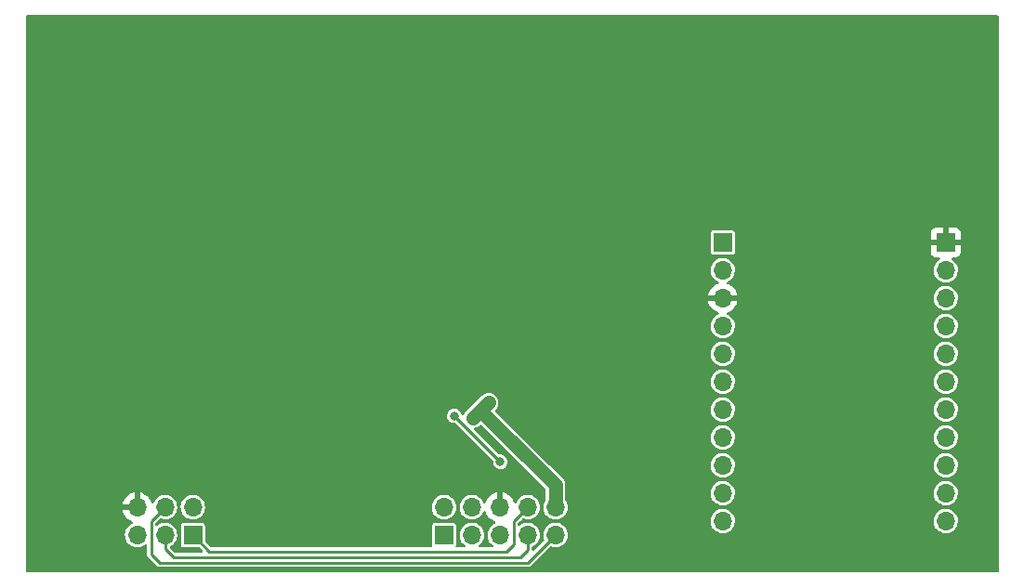
<source format=gbl>
G04 #@! TF.GenerationSoftware,KiCad,Pcbnew,6.0.2+dfsg-1*
G04 #@! TF.CreationDate,2023-12-10T15:56:56-07:00*
G04 #@! TF.ProjectId,ckt-dingdong-prog,636b742d-6469-46e6-9764-6f6e672d7072,rev?*
G04 #@! TF.SameCoordinates,Original*
G04 #@! TF.FileFunction,Copper,L2,Bot*
G04 #@! TF.FilePolarity,Positive*
%FSLAX46Y46*%
G04 Gerber Fmt 4.6, Leading zero omitted, Abs format (unit mm)*
G04 Created by KiCad (PCBNEW 6.0.2+dfsg-1) date 2023-12-10 15:56:56*
%MOMM*%
%LPD*%
G01*
G04 APERTURE LIST*
G04 #@! TA.AperFunction,ComponentPad*
%ADD10R,1.700000X1.700000*%
G04 #@! TD*
G04 #@! TA.AperFunction,ComponentPad*
%ADD11O,1.700000X1.700000*%
G04 #@! TD*
G04 #@! TA.AperFunction,ViaPad*
%ADD12C,0.800000*%
G04 #@! TD*
G04 #@! TA.AperFunction,Conductor*
%ADD13C,1.270000*%
G04 #@! TD*
G04 #@! TA.AperFunction,Conductor*
%ADD14C,0.254000*%
G04 #@! TD*
G04 #@! TA.AperFunction,Conductor*
%ADD15C,0.250000*%
G04 #@! TD*
G04 APERTURE END LIST*
D10*
X88905000Y-115575000D03*
D11*
X88905000Y-113035000D03*
X91445000Y-115575000D03*
X91445000Y-113035000D03*
X93985000Y-115575000D03*
X93985000Y-113035000D03*
X96525000Y-115575000D03*
X96525000Y-113035000D03*
X99065000Y-115575000D03*
X99065000Y-113035000D03*
D10*
X134620000Y-88900000D03*
D11*
X134620000Y-91440000D03*
X134620000Y-93980000D03*
X134620000Y-96520000D03*
X134620000Y-99060000D03*
X134620000Y-101600000D03*
X134620000Y-104140000D03*
X134620000Y-106680000D03*
X134620000Y-109220000D03*
X134620000Y-111760000D03*
X134620000Y-114300000D03*
D10*
X114300000Y-88900000D03*
D11*
X114300000Y-91440000D03*
X114300000Y-93980000D03*
X114300000Y-96520000D03*
X114300000Y-99060000D03*
X114300000Y-101600000D03*
X114300000Y-104140000D03*
X114300000Y-106680000D03*
X114300000Y-109220000D03*
X114300000Y-111760000D03*
X114300000Y-114300000D03*
D10*
X66025000Y-115575000D03*
D11*
X66025000Y-113035000D03*
X63485000Y-115575000D03*
X63485000Y-113035000D03*
X60945000Y-115575000D03*
X60945000Y-113035000D03*
D12*
X91567000Y-104902000D03*
X92964000Y-103505000D03*
X92265500Y-104203500D03*
X89852500Y-104711500D03*
X94043500Y-108902500D03*
X101600000Y-86741000D03*
X100584000Y-86741000D03*
D13*
X92964000Y-103505000D02*
X91567000Y-104902000D01*
X92265500Y-104203500D02*
X99065000Y-111003000D01*
X99065000Y-111003000D02*
X99065000Y-113035000D01*
D14*
X62992000Y-118110000D02*
X96530000Y-118110000D01*
X63485000Y-113035000D02*
X62230000Y-114290000D01*
X96530000Y-118110000D02*
X99065000Y-115575000D01*
X62230000Y-114290000D02*
X62230000Y-117348000D01*
X62230000Y-117348000D02*
X62992000Y-118110000D01*
X67544000Y-117094000D02*
X94615000Y-117094000D01*
X66025000Y-115575000D02*
X67544000Y-117094000D01*
X94615000Y-117094000D02*
X95250000Y-116459000D01*
X95250000Y-114310000D02*
X96525000Y-113035000D01*
X95250000Y-116459000D02*
X95250000Y-114310000D01*
D15*
X95885000Y-117602000D02*
X64262000Y-117602000D01*
X63485000Y-116825000D02*
X63485000Y-115575000D01*
X64262000Y-117602000D02*
X63485000Y-116825000D01*
X96525000Y-115575000D02*
X96525000Y-116962000D01*
X96525000Y-116962000D02*
X95885000Y-117602000D01*
X94043500Y-108902500D02*
X89852500Y-104711500D01*
G04 #@! TA.AperFunction,Conductor*
G36*
X139388121Y-68219002D02*
G01*
X139434614Y-68272658D01*
X139446000Y-68325000D01*
X139446000Y-118873000D01*
X139425998Y-118941121D01*
X139372342Y-118987614D01*
X139320000Y-118999000D01*
X50926000Y-118999000D01*
X50857879Y-118978998D01*
X50811386Y-118925342D01*
X50800000Y-118873000D01*
X50800000Y-113302966D01*
X59613257Y-113302966D01*
X59643565Y-113437446D01*
X59646645Y-113447275D01*
X59726770Y-113644603D01*
X59731413Y-113653794D01*
X59842694Y-113835388D01*
X59848777Y-113843699D01*
X59988213Y-114004667D01*
X59995580Y-114011883D01*
X60159434Y-114147916D01*
X60167881Y-114153831D01*
X60351756Y-114261279D01*
X60361042Y-114265729D01*
X60510124Y-114322657D01*
X60566627Y-114365644D01*
X60590920Y-114432355D01*
X60575290Y-114501610D01*
X60524699Y-114551421D01*
X60508785Y-114558579D01*
X60467463Y-114573824D01*
X60293010Y-114677612D01*
X60288670Y-114681418D01*
X60288666Y-114681421D01*
X60209139Y-114751165D01*
X60140392Y-114811455D01*
X60014720Y-114970869D01*
X60012031Y-114975980D01*
X60012029Y-114975983D01*
X59999073Y-115000609D01*
X59920203Y-115150515D01*
X59860007Y-115344378D01*
X59836148Y-115545964D01*
X59849424Y-115748522D01*
X59850845Y-115754118D01*
X59850846Y-115754123D01*
X59897971Y-115939674D01*
X59899392Y-115945269D01*
X59901809Y-115950512D01*
X59937864Y-116028721D01*
X59984377Y-116129616D01*
X59987710Y-116134332D01*
X60062477Y-116240125D01*
X60101533Y-116295389D01*
X60246938Y-116437035D01*
X60251742Y-116440245D01*
X60269067Y-116451821D01*
X60415720Y-116549812D01*
X60421023Y-116552090D01*
X60421026Y-116552092D01*
X60595755Y-116627161D01*
X60602228Y-116629942D01*
X60651584Y-116641110D01*
X60794579Y-116673467D01*
X60794584Y-116673468D01*
X60800216Y-116674742D01*
X60805987Y-116674969D01*
X60805989Y-116674969D01*
X60865756Y-116677317D01*
X61003053Y-116682712D01*
X61110348Y-116667155D01*
X61198231Y-116654413D01*
X61198236Y-116654412D01*
X61203945Y-116653584D01*
X61209409Y-116651729D01*
X61209414Y-116651728D01*
X61390693Y-116590192D01*
X61390698Y-116590190D01*
X61396165Y-116588334D01*
X61416513Y-116576939D01*
X61489235Y-116536212D01*
X61573276Y-116489147D01*
X61577718Y-116485453D01*
X61577724Y-116485449D01*
X61641931Y-116432048D01*
X61707095Y-116403867D01*
X61777150Y-116415391D01*
X61829854Y-116462959D01*
X61848500Y-116528922D01*
X61848500Y-117293865D01*
X61845914Y-117318164D01*
X61845846Y-117319602D01*
X61843655Y-117329780D01*
X61844879Y-117340120D01*
X61847627Y-117363342D01*
X61847979Y-117369320D01*
X61848072Y-117369312D01*
X61848500Y-117374490D01*
X61848500Y-117379692D01*
X61849354Y-117384822D01*
X61851686Y-117398832D01*
X61852522Y-117404704D01*
X61858582Y-117455907D01*
X61862567Y-117464206D01*
X61864078Y-117473283D01*
X61888558Y-117518651D01*
X61891239Y-117523914D01*
X61910127Y-117563250D01*
X61910130Y-117563254D01*
X61913560Y-117570398D01*
X61917170Y-117574692D01*
X61919102Y-117576624D01*
X61920889Y-117578573D01*
X61920918Y-117578626D01*
X61920788Y-117578745D01*
X61921289Y-117579313D01*
X61924388Y-117585057D01*
X61932033Y-117592124D01*
X61964209Y-117621867D01*
X61967775Y-117625297D01*
X62683954Y-118341476D01*
X62699318Y-118360499D01*
X62700282Y-118361558D01*
X62705929Y-118370304D01*
X62714108Y-118376752D01*
X62714110Y-118376754D01*
X62732477Y-118391234D01*
X62736950Y-118395209D01*
X62737011Y-118395137D01*
X62740968Y-118398490D01*
X62744649Y-118402171D01*
X62758392Y-118411992D01*
X62760439Y-118413455D01*
X62765185Y-118417018D01*
X62805670Y-118448934D01*
X62814355Y-118451984D01*
X62821843Y-118457335D01*
X62871266Y-118472115D01*
X62876840Y-118473927D01*
X62925502Y-118491016D01*
X62931091Y-118491500D01*
X62933802Y-118491500D01*
X62936469Y-118491615D01*
X62936532Y-118491634D01*
X62936525Y-118491808D01*
X62937271Y-118491855D01*
X62943524Y-118493725D01*
X62997688Y-118491597D01*
X63002634Y-118491500D01*
X96475865Y-118491500D01*
X96500164Y-118494086D01*
X96501602Y-118494154D01*
X96511780Y-118496345D01*
X96545341Y-118492373D01*
X96551320Y-118492021D01*
X96551312Y-118491928D01*
X96556490Y-118491500D01*
X96561692Y-118491500D01*
X96580846Y-118488312D01*
X96586704Y-118487478D01*
X96603318Y-118485512D01*
X96627567Y-118482642D01*
X96627568Y-118482642D01*
X96637907Y-118481418D01*
X96646206Y-118477433D01*
X96655283Y-118475922D01*
X96700651Y-118451442D01*
X96705914Y-118448761D01*
X96745250Y-118429873D01*
X96745254Y-118429870D01*
X96752398Y-118426440D01*
X96756692Y-118422830D01*
X96758624Y-118420898D01*
X96760573Y-118419111D01*
X96760626Y-118419082D01*
X96760745Y-118419212D01*
X96761313Y-118418711D01*
X96767057Y-118415612D01*
X96803867Y-118375791D01*
X96807296Y-118372226D01*
X98541086Y-116638437D01*
X98603398Y-116604411D01*
X98679920Y-116611765D01*
X98716917Y-116627661D01*
X98716925Y-116627663D01*
X98722228Y-116629942D01*
X98771584Y-116641110D01*
X98914579Y-116673467D01*
X98914584Y-116673468D01*
X98920216Y-116674742D01*
X98925987Y-116674969D01*
X98925989Y-116674969D01*
X98985756Y-116677317D01*
X99123053Y-116682712D01*
X99230348Y-116667155D01*
X99318231Y-116654413D01*
X99318236Y-116654412D01*
X99323945Y-116653584D01*
X99329409Y-116651729D01*
X99329414Y-116651728D01*
X99510693Y-116590192D01*
X99510698Y-116590190D01*
X99516165Y-116588334D01*
X99536513Y-116576939D01*
X99609235Y-116536212D01*
X99693276Y-116489147D01*
X99697723Y-116485449D01*
X99844913Y-116363031D01*
X99849345Y-116359345D01*
X99873172Y-116330696D01*
X99975453Y-116207718D01*
X99975455Y-116207715D01*
X99979147Y-116203276D01*
X100078334Y-116026165D01*
X100080190Y-116020698D01*
X100080192Y-116020693D01*
X100141728Y-115839414D01*
X100141729Y-115839409D01*
X100143584Y-115833945D01*
X100144412Y-115828236D01*
X100144413Y-115828231D01*
X100172179Y-115636727D01*
X100172712Y-115633053D01*
X100174232Y-115575000D01*
X100158840Y-115407485D01*
X100156187Y-115378613D01*
X100156186Y-115378610D01*
X100155658Y-115372859D01*
X100154090Y-115367299D01*
X100102125Y-115183046D01*
X100102124Y-115183044D01*
X100100557Y-115177487D01*
X100090949Y-115158002D01*
X100013331Y-115000609D01*
X100010776Y-114995428D01*
X99889320Y-114832779D01*
X99765576Y-114718391D01*
X99744503Y-114698911D01*
X99740258Y-114694987D01*
X99735372Y-114691904D01*
X99735371Y-114691903D01*
X99573464Y-114589748D01*
X99568581Y-114586667D01*
X99380039Y-114511446D01*
X99374379Y-114510320D01*
X99374375Y-114510319D01*
X99186613Y-114472971D01*
X99186610Y-114472971D01*
X99180946Y-114471844D01*
X99175171Y-114471768D01*
X99175167Y-114471768D01*
X99073793Y-114470441D01*
X98977971Y-114469187D01*
X98972274Y-114470166D01*
X98972273Y-114470166D01*
X98783607Y-114502585D01*
X98777910Y-114503564D01*
X98587463Y-114573824D01*
X98413010Y-114677612D01*
X98408670Y-114681418D01*
X98408666Y-114681421D01*
X98329139Y-114751165D01*
X98260392Y-114811455D01*
X98134720Y-114970869D01*
X98132031Y-114975980D01*
X98132029Y-114975983D01*
X98119073Y-115000609D01*
X98040203Y-115150515D01*
X97980007Y-115344378D01*
X97956148Y-115545964D01*
X97969424Y-115748522D01*
X98019392Y-115945269D01*
X98021809Y-115950512D01*
X98021811Y-115950517D01*
X98025483Y-115958483D01*
X98035836Y-116028721D01*
X98006573Y-116093406D01*
X98000164Y-116100314D01*
X97119594Y-116980884D01*
X97057283Y-117014908D01*
X96986467Y-117009843D01*
X96929632Y-116967296D01*
X96904821Y-116900776D01*
X96904500Y-116891787D01*
X96904500Y-116701488D01*
X96924502Y-116633367D01*
X96976427Y-116588802D01*
X96976165Y-116588334D01*
X96978491Y-116587032D01*
X96978493Y-116587030D01*
X97153276Y-116489147D01*
X97157723Y-116485449D01*
X97304913Y-116363031D01*
X97309345Y-116359345D01*
X97333172Y-116330696D01*
X97435453Y-116207718D01*
X97435455Y-116207715D01*
X97439147Y-116203276D01*
X97538334Y-116026165D01*
X97540190Y-116020698D01*
X97540192Y-116020693D01*
X97601728Y-115839414D01*
X97601729Y-115839409D01*
X97603584Y-115833945D01*
X97604412Y-115828236D01*
X97604413Y-115828231D01*
X97632179Y-115636727D01*
X97632712Y-115633053D01*
X97634232Y-115575000D01*
X97618840Y-115407485D01*
X97616187Y-115378613D01*
X97616186Y-115378610D01*
X97615658Y-115372859D01*
X97614090Y-115367299D01*
X97562125Y-115183046D01*
X97562124Y-115183044D01*
X97560557Y-115177487D01*
X97550949Y-115158002D01*
X97473331Y-115000609D01*
X97470776Y-114995428D01*
X97349320Y-114832779D01*
X97225576Y-114718391D01*
X97204503Y-114698911D01*
X97200258Y-114694987D01*
X97195372Y-114691904D01*
X97195371Y-114691903D01*
X97033464Y-114589748D01*
X97028581Y-114586667D01*
X96840039Y-114511446D01*
X96834379Y-114510320D01*
X96834375Y-114510319D01*
X96646613Y-114472971D01*
X96646610Y-114472971D01*
X96640946Y-114471844D01*
X96635171Y-114471768D01*
X96635167Y-114471768D01*
X96533793Y-114470441D01*
X96437971Y-114469187D01*
X96432274Y-114470166D01*
X96432273Y-114470166D01*
X96243607Y-114502585D01*
X96237910Y-114503564D01*
X96047463Y-114573824D01*
X95873010Y-114677612D01*
X95868667Y-114681421D01*
X95868660Y-114681426D01*
X95840577Y-114706054D01*
X95776173Y-114735931D01*
X95705840Y-114726245D01*
X95651909Y-114680072D01*
X95631500Y-114611322D01*
X95631500Y-114520212D01*
X95651502Y-114452091D01*
X95668405Y-114431117D01*
X95828558Y-114270964D01*
X113191148Y-114270964D01*
X113204424Y-114473522D01*
X113205845Y-114479118D01*
X113205846Y-114479123D01*
X113246164Y-114637872D01*
X113254392Y-114670269D01*
X113256809Y-114675512D01*
X113294010Y-114756208D01*
X113339377Y-114854616D01*
X113342710Y-114859332D01*
X113418330Y-114966332D01*
X113456533Y-115020389D01*
X113601938Y-115162035D01*
X113770720Y-115274812D01*
X113776023Y-115277090D01*
X113776026Y-115277092D01*
X113945993Y-115350115D01*
X113957228Y-115354942D01*
X114030244Y-115371464D01*
X114149579Y-115398467D01*
X114149584Y-115398468D01*
X114155216Y-115399742D01*
X114160987Y-115399969D01*
X114160989Y-115399969D01*
X114220756Y-115402317D01*
X114358053Y-115407712D01*
X114458499Y-115393148D01*
X114553231Y-115379413D01*
X114553236Y-115379412D01*
X114558945Y-115378584D01*
X114564409Y-115376729D01*
X114564414Y-115376728D01*
X114745693Y-115315192D01*
X114745698Y-115315190D01*
X114751165Y-115313334D01*
X114928276Y-115214147D01*
X114990934Y-115162035D01*
X115079913Y-115088031D01*
X115084345Y-115084345D01*
X115162145Y-114990801D01*
X115210453Y-114932718D01*
X115210455Y-114932715D01*
X115214147Y-114928276D01*
X115313334Y-114751165D01*
X115315190Y-114745698D01*
X115315192Y-114745693D01*
X115376728Y-114564414D01*
X115376729Y-114564409D01*
X115378584Y-114558945D01*
X115379412Y-114553236D01*
X115379413Y-114553231D01*
X115407179Y-114361727D01*
X115407712Y-114358053D01*
X115409232Y-114300000D01*
X115406564Y-114270964D01*
X133511148Y-114270964D01*
X133524424Y-114473522D01*
X133525845Y-114479118D01*
X133525846Y-114479123D01*
X133566164Y-114637872D01*
X133574392Y-114670269D01*
X133576809Y-114675512D01*
X133614010Y-114756208D01*
X133659377Y-114854616D01*
X133662710Y-114859332D01*
X133738330Y-114966332D01*
X133776533Y-115020389D01*
X133921938Y-115162035D01*
X134090720Y-115274812D01*
X134096023Y-115277090D01*
X134096026Y-115277092D01*
X134265993Y-115350115D01*
X134277228Y-115354942D01*
X134350244Y-115371464D01*
X134469579Y-115398467D01*
X134469584Y-115398468D01*
X134475216Y-115399742D01*
X134480987Y-115399969D01*
X134480989Y-115399969D01*
X134540756Y-115402317D01*
X134678053Y-115407712D01*
X134778499Y-115393148D01*
X134873231Y-115379413D01*
X134873236Y-115379412D01*
X134878945Y-115378584D01*
X134884409Y-115376729D01*
X134884414Y-115376728D01*
X135065693Y-115315192D01*
X135065698Y-115315190D01*
X135071165Y-115313334D01*
X135248276Y-115214147D01*
X135310934Y-115162035D01*
X135399913Y-115088031D01*
X135404345Y-115084345D01*
X135482145Y-114990801D01*
X135530453Y-114932718D01*
X135530455Y-114932715D01*
X135534147Y-114928276D01*
X135633334Y-114751165D01*
X135635190Y-114745698D01*
X135635192Y-114745693D01*
X135696728Y-114564414D01*
X135696729Y-114564409D01*
X135698584Y-114558945D01*
X135699412Y-114553236D01*
X135699413Y-114553231D01*
X135727179Y-114361727D01*
X135727712Y-114358053D01*
X135729232Y-114300000D01*
X135715258Y-114147916D01*
X135711187Y-114103613D01*
X135711186Y-114103610D01*
X135710658Y-114097859D01*
X135708785Y-114091217D01*
X135657125Y-113908046D01*
X135657124Y-113908044D01*
X135655557Y-113902487D01*
X135652869Y-113897035D01*
X135568331Y-113725609D01*
X135565776Y-113720428D01*
X135444320Y-113557779D01*
X135295258Y-113419987D01*
X135290375Y-113416906D01*
X135290371Y-113416903D01*
X135128464Y-113314748D01*
X135123581Y-113311667D01*
X134935039Y-113236446D01*
X134929379Y-113235320D01*
X134929375Y-113235319D01*
X134741613Y-113197971D01*
X134741610Y-113197971D01*
X134735946Y-113196844D01*
X134730171Y-113196768D01*
X134730167Y-113196768D01*
X134628793Y-113195441D01*
X134532971Y-113194187D01*
X134527274Y-113195166D01*
X134527273Y-113195166D01*
X134416951Y-113214123D01*
X134332910Y-113228564D01*
X134142463Y-113298824D01*
X133968010Y-113402612D01*
X133963670Y-113406418D01*
X133963666Y-113406421D01*
X133881481Y-113478496D01*
X133815392Y-113536455D01*
X133689720Y-113695869D01*
X133687031Y-113700980D01*
X133687029Y-113700983D01*
X133674073Y-113725609D01*
X133595203Y-113875515D01*
X133535007Y-114069378D01*
X133511148Y-114270964D01*
X115406564Y-114270964D01*
X115395258Y-114147916D01*
X115391187Y-114103613D01*
X115391186Y-114103610D01*
X115390658Y-114097859D01*
X115388785Y-114091217D01*
X115337125Y-113908046D01*
X115337124Y-113908044D01*
X115335557Y-113902487D01*
X115332869Y-113897035D01*
X115248331Y-113725609D01*
X115245776Y-113720428D01*
X115124320Y-113557779D01*
X114975258Y-113419987D01*
X114970375Y-113416906D01*
X114970371Y-113416903D01*
X114808464Y-113314748D01*
X114803581Y-113311667D01*
X114615039Y-113236446D01*
X114609379Y-113235320D01*
X114609375Y-113235319D01*
X114421613Y-113197971D01*
X114421610Y-113197971D01*
X114415946Y-113196844D01*
X114410171Y-113196768D01*
X114410167Y-113196768D01*
X114308793Y-113195441D01*
X114212971Y-113194187D01*
X114207274Y-113195166D01*
X114207273Y-113195166D01*
X114096951Y-113214123D01*
X114012910Y-113228564D01*
X113822463Y-113298824D01*
X113648010Y-113402612D01*
X113643670Y-113406418D01*
X113643666Y-113406421D01*
X113561481Y-113478496D01*
X113495392Y-113536455D01*
X113369720Y-113695869D01*
X113367031Y-113700980D01*
X113367029Y-113700983D01*
X113354073Y-113725609D01*
X113275203Y-113875515D01*
X113215007Y-114069378D01*
X113191148Y-114270964D01*
X95828558Y-114270964D01*
X96001085Y-114098437D01*
X96063397Y-114064411D01*
X96139917Y-114071764D01*
X96176925Y-114087664D01*
X96176928Y-114087665D01*
X96182228Y-114089942D01*
X96187857Y-114091216D01*
X96187858Y-114091216D01*
X96374579Y-114133467D01*
X96374584Y-114133468D01*
X96380216Y-114134742D01*
X96385987Y-114134969D01*
X96385989Y-114134969D01*
X96445756Y-114137317D01*
X96583053Y-114142712D01*
X96683499Y-114128148D01*
X96778231Y-114114413D01*
X96778236Y-114114412D01*
X96783945Y-114113584D01*
X96789409Y-114111729D01*
X96789414Y-114111728D01*
X96970693Y-114050192D01*
X96970698Y-114050190D01*
X96976165Y-114048334D01*
X97153276Y-113949147D01*
X97202695Y-113908046D01*
X97280696Y-113843172D01*
X97309345Y-113819345D01*
X97395462Y-113715801D01*
X97435453Y-113667718D01*
X97435455Y-113667715D01*
X97439147Y-113663276D01*
X97538334Y-113486165D01*
X97540190Y-113480698D01*
X97540192Y-113480693D01*
X97601728Y-113299414D01*
X97601729Y-113299409D01*
X97603584Y-113293945D01*
X97604412Y-113288236D01*
X97604413Y-113288231D01*
X97632179Y-113096727D01*
X97632712Y-113093053D01*
X97634232Y-113035000D01*
X97618840Y-112867485D01*
X97616187Y-112838613D01*
X97616186Y-112838610D01*
X97615658Y-112832859D01*
X97614090Y-112827299D01*
X97562125Y-112643046D01*
X97562124Y-112643044D01*
X97560557Y-112637487D01*
X97550949Y-112618002D01*
X97473331Y-112460609D01*
X97470776Y-112455428D01*
X97349320Y-112292779D01*
X97200258Y-112154987D01*
X97195375Y-112151906D01*
X97195371Y-112151903D01*
X97033464Y-112049748D01*
X97028581Y-112046667D01*
X96840039Y-111971446D01*
X96834379Y-111970320D01*
X96834375Y-111970319D01*
X96646613Y-111932971D01*
X96646610Y-111932971D01*
X96640946Y-111931844D01*
X96635171Y-111931768D01*
X96635167Y-111931768D01*
X96533793Y-111930441D01*
X96437971Y-111929187D01*
X96432274Y-111930166D01*
X96432273Y-111930166D01*
X96380147Y-111939123D01*
X96237910Y-111963564D01*
X96047463Y-112033824D01*
X95873010Y-112137612D01*
X95868670Y-112141418D01*
X95868666Y-112141421D01*
X95789139Y-112211165D01*
X95720392Y-112271455D01*
X95594720Y-112430869D01*
X95592031Y-112435980D01*
X95592029Y-112435983D01*
X95502589Y-112605980D01*
X95453170Y-112656952D01*
X95384037Y-112673115D01*
X95317141Y-112649336D01*
X95277003Y-112594973D01*
X95274955Y-112595863D01*
X95187972Y-112395814D01*
X95183105Y-112386739D01*
X95067426Y-112207926D01*
X95061136Y-112199757D01*
X94917806Y-112042240D01*
X94910273Y-112035215D01*
X94743139Y-111903222D01*
X94734552Y-111897517D01*
X94548117Y-111794599D01*
X94538705Y-111790369D01*
X94337959Y-111719280D01*
X94327988Y-111716646D01*
X94256837Y-111703972D01*
X94243540Y-111705432D01*
X94239000Y-111719989D01*
X94239000Y-113163000D01*
X94218998Y-113231121D01*
X94165342Y-113277614D01*
X94113000Y-113289000D01*
X93857000Y-113289000D01*
X93788879Y-113268998D01*
X93742386Y-113215342D01*
X93731000Y-113163000D01*
X93731000Y-111718102D01*
X93727082Y-111704758D01*
X93712806Y-111702771D01*
X93674324Y-111708660D01*
X93664288Y-111711051D01*
X93461868Y-111777212D01*
X93452359Y-111781209D01*
X93263463Y-111879542D01*
X93254738Y-111885036D01*
X93084433Y-112012905D01*
X93076726Y-112019748D01*
X92929590Y-112173717D01*
X92923104Y-112181727D01*
X92803098Y-112357649D01*
X92798000Y-112366623D01*
X92708338Y-112559783D01*
X92704777Y-112569464D01*
X92700291Y-112585640D01*
X92662813Y-112645939D01*
X92598684Y-112676403D01*
X92528266Y-112667360D01*
X92473915Y-112621682D01*
X92465867Y-112607698D01*
X92393331Y-112460609D01*
X92390776Y-112455428D01*
X92269320Y-112292779D01*
X92120258Y-112154987D01*
X92115375Y-112151906D01*
X92115371Y-112151903D01*
X91953464Y-112049748D01*
X91948581Y-112046667D01*
X91760039Y-111971446D01*
X91754379Y-111970320D01*
X91754375Y-111970319D01*
X91566613Y-111932971D01*
X91566610Y-111932971D01*
X91560946Y-111931844D01*
X91555171Y-111931768D01*
X91555167Y-111931768D01*
X91453793Y-111930441D01*
X91357971Y-111929187D01*
X91352274Y-111930166D01*
X91352273Y-111930166D01*
X91300147Y-111939123D01*
X91157910Y-111963564D01*
X90967463Y-112033824D01*
X90793010Y-112137612D01*
X90788670Y-112141418D01*
X90788666Y-112141421D01*
X90709139Y-112211165D01*
X90640392Y-112271455D01*
X90514720Y-112430869D01*
X90512031Y-112435980D01*
X90512029Y-112435983D01*
X90499073Y-112460609D01*
X90420203Y-112610515D01*
X90360007Y-112804378D01*
X90336148Y-113005964D01*
X90349424Y-113208522D01*
X90350845Y-113214118D01*
X90350846Y-113214123D01*
X90372358Y-113298824D01*
X90399392Y-113405269D01*
X90401809Y-113410512D01*
X90439010Y-113491208D01*
X90484377Y-113589616D01*
X90601533Y-113755389D01*
X90746938Y-113897035D01*
X90915720Y-114009812D01*
X90921023Y-114012090D01*
X90921026Y-114012092D01*
X91042803Y-114064411D01*
X91102228Y-114089942D01*
X91162897Y-114103670D01*
X91294579Y-114133467D01*
X91294584Y-114133468D01*
X91300216Y-114134742D01*
X91305987Y-114134969D01*
X91305989Y-114134969D01*
X91365756Y-114137317D01*
X91503053Y-114142712D01*
X91603499Y-114128148D01*
X91698231Y-114114413D01*
X91698236Y-114114412D01*
X91703945Y-114113584D01*
X91709409Y-114111729D01*
X91709414Y-114111728D01*
X91890693Y-114050192D01*
X91890698Y-114050190D01*
X91896165Y-114048334D01*
X92073276Y-113949147D01*
X92122695Y-113908046D01*
X92200696Y-113843172D01*
X92229345Y-113819345D01*
X92315462Y-113715801D01*
X92355453Y-113667718D01*
X92355455Y-113667715D01*
X92359147Y-113663276D01*
X92458334Y-113486165D01*
X92460720Y-113479135D01*
X92461170Y-113478496D01*
X92462541Y-113475416D01*
X92463146Y-113475685D01*
X92501553Y-113421059D01*
X92567305Y-113394278D01*
X92637098Y-113407295D01*
X92688773Y-113455980D01*
X92696777Y-113472229D01*
X92766770Y-113644603D01*
X92771413Y-113653794D01*
X92882694Y-113835388D01*
X92888777Y-113843699D01*
X93028213Y-114004667D01*
X93035580Y-114011883D01*
X93199434Y-114147916D01*
X93207881Y-114153831D01*
X93391756Y-114261279D01*
X93401042Y-114265729D01*
X93550124Y-114322657D01*
X93606627Y-114365644D01*
X93630920Y-114432355D01*
X93615290Y-114501610D01*
X93564699Y-114551421D01*
X93548785Y-114558579D01*
X93507463Y-114573824D01*
X93333010Y-114677612D01*
X93328670Y-114681418D01*
X93328666Y-114681421D01*
X93249139Y-114751165D01*
X93180392Y-114811455D01*
X93054720Y-114970869D01*
X93052031Y-114975980D01*
X93052029Y-114975983D01*
X93039073Y-115000609D01*
X92960203Y-115150515D01*
X92900007Y-115344378D01*
X92876148Y-115545964D01*
X92889424Y-115748522D01*
X92890845Y-115754118D01*
X92890846Y-115754123D01*
X92937971Y-115939674D01*
X92939392Y-115945269D01*
X92941809Y-115950512D01*
X92977864Y-116028721D01*
X93024377Y-116129616D01*
X93027710Y-116134332D01*
X93102477Y-116240125D01*
X93141533Y-116295389D01*
X93286938Y-116437035D01*
X93291742Y-116440245D01*
X93353836Y-116481735D01*
X93399364Y-116536212D01*
X93408212Y-116606655D01*
X93377570Y-116670699D01*
X93317169Y-116708011D01*
X93283834Y-116712500D01*
X92153149Y-116712500D01*
X92085028Y-116692498D01*
X92038535Y-116638842D01*
X92028431Y-116568568D01*
X92057925Y-116503988D01*
X92073809Y-116489788D01*
X92073276Y-116489147D01*
X92120264Y-116450067D01*
X92229345Y-116359345D01*
X92253172Y-116330696D01*
X92355453Y-116207718D01*
X92355455Y-116207715D01*
X92359147Y-116203276D01*
X92458334Y-116026165D01*
X92460190Y-116020698D01*
X92460192Y-116020693D01*
X92521728Y-115839414D01*
X92521729Y-115839409D01*
X92523584Y-115833945D01*
X92524412Y-115828236D01*
X92524413Y-115828231D01*
X92552179Y-115636727D01*
X92552712Y-115633053D01*
X92554232Y-115575000D01*
X92538840Y-115407485D01*
X92536187Y-115378613D01*
X92536186Y-115378610D01*
X92535658Y-115372859D01*
X92534090Y-115367299D01*
X92482125Y-115183046D01*
X92482124Y-115183044D01*
X92480557Y-115177487D01*
X92470949Y-115158002D01*
X92393331Y-115000609D01*
X92390776Y-114995428D01*
X92269320Y-114832779D01*
X92145576Y-114718391D01*
X92124503Y-114698911D01*
X92120258Y-114694987D01*
X92115372Y-114691904D01*
X92115371Y-114691903D01*
X91953464Y-114589748D01*
X91948581Y-114586667D01*
X91760039Y-114511446D01*
X91754379Y-114510320D01*
X91754375Y-114510319D01*
X91566613Y-114472971D01*
X91566610Y-114472971D01*
X91560946Y-114471844D01*
X91555171Y-114471768D01*
X91555167Y-114471768D01*
X91453793Y-114470441D01*
X91357971Y-114469187D01*
X91352274Y-114470166D01*
X91352273Y-114470166D01*
X91163607Y-114502585D01*
X91157910Y-114503564D01*
X90967463Y-114573824D01*
X90793010Y-114677612D01*
X90788670Y-114681418D01*
X90788666Y-114681421D01*
X90709139Y-114751165D01*
X90640392Y-114811455D01*
X90514720Y-114970869D01*
X90512031Y-114975980D01*
X90512029Y-114975983D01*
X90499073Y-115000609D01*
X90420203Y-115150515D01*
X90360007Y-115344378D01*
X90336148Y-115545964D01*
X90349424Y-115748522D01*
X90350845Y-115754118D01*
X90350846Y-115754123D01*
X90397971Y-115939674D01*
X90399392Y-115945269D01*
X90401809Y-115950512D01*
X90437864Y-116028721D01*
X90484377Y-116129616D01*
X90487710Y-116134332D01*
X90562477Y-116240125D01*
X90601533Y-116295389D01*
X90746938Y-116437035D01*
X90751742Y-116440245D01*
X90813836Y-116481735D01*
X90859364Y-116536212D01*
X90868212Y-116606655D01*
X90837570Y-116670699D01*
X90777169Y-116708011D01*
X90743834Y-116712500D01*
X90102731Y-116712500D01*
X90034610Y-116692498D01*
X89988117Y-116638842D01*
X89978013Y-116568568D01*
X89986322Y-116538282D01*
X89987839Y-116534621D01*
X89994734Y-116524301D01*
X90009500Y-116450067D01*
X90009499Y-114699934D01*
X89994734Y-114625699D01*
X89985128Y-114611322D01*
X89945377Y-114551832D01*
X89938484Y-114541516D01*
X89854301Y-114485266D01*
X89780067Y-114470500D01*
X88905142Y-114470500D01*
X88029934Y-114470501D01*
X87994182Y-114477612D01*
X87967874Y-114482844D01*
X87967872Y-114482845D01*
X87955699Y-114485266D01*
X87945379Y-114492161D01*
X87945378Y-114492162D01*
X87903399Y-114520212D01*
X87871516Y-114541516D01*
X87815266Y-114625699D01*
X87800500Y-114699933D01*
X87800501Y-116450066D01*
X87806800Y-116481735D01*
X87808402Y-116489788D01*
X87815266Y-116524301D01*
X87822162Y-116534621D01*
X87823679Y-116538284D01*
X87831267Y-116608874D01*
X87799486Y-116672360D01*
X87738428Y-116708587D01*
X87707269Y-116712500D01*
X67754213Y-116712500D01*
X67686092Y-116692498D01*
X67665117Y-116675595D01*
X67166404Y-116176881D01*
X67132379Y-116114569D01*
X67129500Y-116087786D01*
X67129499Y-114706123D01*
X67129499Y-114699934D01*
X67114734Y-114625699D01*
X67105128Y-114611322D01*
X67065377Y-114551832D01*
X67058484Y-114541516D01*
X66974301Y-114485266D01*
X66900067Y-114470500D01*
X66025142Y-114470500D01*
X65149934Y-114470501D01*
X65114182Y-114477612D01*
X65087874Y-114482844D01*
X65087872Y-114482845D01*
X65075699Y-114485266D01*
X65065379Y-114492161D01*
X65065378Y-114492162D01*
X65023399Y-114520212D01*
X64991516Y-114541516D01*
X64935266Y-114625699D01*
X64920500Y-114699933D01*
X64920501Y-116450066D01*
X64926800Y-116481735D01*
X64928402Y-116489788D01*
X64935266Y-116524301D01*
X64942161Y-116534621D01*
X64942162Y-116534622D01*
X64982516Y-116595015D01*
X64991516Y-116608484D01*
X65075699Y-116664734D01*
X65149933Y-116679500D01*
X65302551Y-116679500D01*
X66537786Y-116679499D01*
X66605907Y-116699501D01*
X66626882Y-116716404D01*
X66917882Y-117007405D01*
X66951907Y-117069717D01*
X66946842Y-117140533D01*
X66904295Y-117197368D01*
X66837775Y-117222179D01*
X66828786Y-117222500D01*
X64471384Y-117222500D01*
X64403263Y-117202498D01*
X64382289Y-117185595D01*
X63956982Y-116760288D01*
X63922956Y-116697976D01*
X63928021Y-116627161D01*
X63970568Y-116570325D01*
X63984511Y-116561259D01*
X64029235Y-116536212D01*
X64113276Y-116489147D01*
X64117723Y-116485449D01*
X64264913Y-116363031D01*
X64269345Y-116359345D01*
X64293172Y-116330696D01*
X64395453Y-116207718D01*
X64395455Y-116207715D01*
X64399147Y-116203276D01*
X64498334Y-116026165D01*
X64500190Y-116020698D01*
X64500192Y-116020693D01*
X64561728Y-115839414D01*
X64561729Y-115839409D01*
X64563584Y-115833945D01*
X64564412Y-115828236D01*
X64564413Y-115828231D01*
X64592179Y-115636727D01*
X64592712Y-115633053D01*
X64594232Y-115575000D01*
X64578840Y-115407485D01*
X64576187Y-115378613D01*
X64576186Y-115378610D01*
X64575658Y-115372859D01*
X64574090Y-115367299D01*
X64522125Y-115183046D01*
X64522124Y-115183044D01*
X64520557Y-115177487D01*
X64510949Y-115158002D01*
X64433331Y-115000609D01*
X64430776Y-114995428D01*
X64309320Y-114832779D01*
X64185576Y-114718391D01*
X64164503Y-114698911D01*
X64160258Y-114694987D01*
X64155372Y-114691904D01*
X64155371Y-114691903D01*
X63993464Y-114589748D01*
X63988581Y-114586667D01*
X63800039Y-114511446D01*
X63794379Y-114510320D01*
X63794375Y-114510319D01*
X63606613Y-114472971D01*
X63606610Y-114472971D01*
X63600946Y-114471844D01*
X63595171Y-114471768D01*
X63595167Y-114471768D01*
X63493793Y-114470441D01*
X63397971Y-114469187D01*
X63392274Y-114470166D01*
X63392273Y-114470166D01*
X63203607Y-114502585D01*
X63197910Y-114503564D01*
X63007463Y-114573824D01*
X62833010Y-114677612D01*
X62828667Y-114681421D01*
X62828660Y-114681426D01*
X62820579Y-114688513D01*
X62756176Y-114718391D01*
X62685843Y-114708707D01*
X62631911Y-114662535D01*
X62611500Y-114593783D01*
X62611500Y-114500212D01*
X62631502Y-114432091D01*
X62648405Y-114411117D01*
X62961085Y-114098437D01*
X63023397Y-114064411D01*
X63099917Y-114071764D01*
X63136925Y-114087664D01*
X63136928Y-114087665D01*
X63142228Y-114089942D01*
X63147857Y-114091216D01*
X63147858Y-114091216D01*
X63334579Y-114133467D01*
X63334584Y-114133468D01*
X63340216Y-114134742D01*
X63345987Y-114134969D01*
X63345989Y-114134969D01*
X63405756Y-114137317D01*
X63543053Y-114142712D01*
X63643499Y-114128148D01*
X63738231Y-114114413D01*
X63738236Y-114114412D01*
X63743945Y-114113584D01*
X63749409Y-114111729D01*
X63749414Y-114111728D01*
X63930693Y-114050192D01*
X63930698Y-114050190D01*
X63936165Y-114048334D01*
X64113276Y-113949147D01*
X64162695Y-113908046D01*
X64240696Y-113843172D01*
X64269345Y-113819345D01*
X64355462Y-113715801D01*
X64395453Y-113667718D01*
X64395455Y-113667715D01*
X64399147Y-113663276D01*
X64498334Y-113486165D01*
X64500190Y-113480698D01*
X64500192Y-113480693D01*
X64561728Y-113299414D01*
X64561729Y-113299409D01*
X64563584Y-113293945D01*
X64564412Y-113288236D01*
X64564413Y-113288231D01*
X64592179Y-113096727D01*
X64592712Y-113093053D01*
X64594232Y-113035000D01*
X64591564Y-113005964D01*
X64916148Y-113005964D01*
X64929424Y-113208522D01*
X64930845Y-113214118D01*
X64930846Y-113214123D01*
X64952358Y-113298824D01*
X64979392Y-113405269D01*
X64981809Y-113410512D01*
X65019010Y-113491208D01*
X65064377Y-113589616D01*
X65181533Y-113755389D01*
X65326938Y-113897035D01*
X65495720Y-114009812D01*
X65501023Y-114012090D01*
X65501026Y-114012092D01*
X65622803Y-114064411D01*
X65682228Y-114089942D01*
X65742897Y-114103670D01*
X65874579Y-114133467D01*
X65874584Y-114133468D01*
X65880216Y-114134742D01*
X65885987Y-114134969D01*
X65885989Y-114134969D01*
X65945756Y-114137317D01*
X66083053Y-114142712D01*
X66183499Y-114128148D01*
X66278231Y-114114413D01*
X66278236Y-114114412D01*
X66283945Y-114113584D01*
X66289409Y-114111729D01*
X66289414Y-114111728D01*
X66470693Y-114050192D01*
X66470698Y-114050190D01*
X66476165Y-114048334D01*
X66653276Y-113949147D01*
X66702695Y-113908046D01*
X66780696Y-113843172D01*
X66809345Y-113819345D01*
X66895462Y-113715801D01*
X66935453Y-113667718D01*
X66935455Y-113667715D01*
X66939147Y-113663276D01*
X67038334Y-113486165D01*
X67040190Y-113480698D01*
X67040192Y-113480693D01*
X67101728Y-113299414D01*
X67101729Y-113299409D01*
X67103584Y-113293945D01*
X67104412Y-113288236D01*
X67104413Y-113288231D01*
X67132179Y-113096727D01*
X67132712Y-113093053D01*
X67134232Y-113035000D01*
X67131564Y-113005964D01*
X87796148Y-113005964D01*
X87809424Y-113208522D01*
X87810845Y-113214118D01*
X87810846Y-113214123D01*
X87832358Y-113298824D01*
X87859392Y-113405269D01*
X87861809Y-113410512D01*
X87899010Y-113491208D01*
X87944377Y-113589616D01*
X88061533Y-113755389D01*
X88206938Y-113897035D01*
X88375720Y-114009812D01*
X88381023Y-114012090D01*
X88381026Y-114012092D01*
X88502803Y-114064411D01*
X88562228Y-114089942D01*
X88622897Y-114103670D01*
X88754579Y-114133467D01*
X88754584Y-114133468D01*
X88760216Y-114134742D01*
X88765987Y-114134969D01*
X88765989Y-114134969D01*
X88825756Y-114137317D01*
X88963053Y-114142712D01*
X89063499Y-114128148D01*
X89158231Y-114114413D01*
X89158236Y-114114412D01*
X89163945Y-114113584D01*
X89169409Y-114111729D01*
X89169414Y-114111728D01*
X89350693Y-114050192D01*
X89350698Y-114050190D01*
X89356165Y-114048334D01*
X89533276Y-113949147D01*
X89582695Y-113908046D01*
X89660696Y-113843172D01*
X89689345Y-113819345D01*
X89775462Y-113715801D01*
X89815453Y-113667718D01*
X89815455Y-113667715D01*
X89819147Y-113663276D01*
X89918334Y-113486165D01*
X89920190Y-113480698D01*
X89920192Y-113480693D01*
X89981728Y-113299414D01*
X89981729Y-113299409D01*
X89983584Y-113293945D01*
X89984412Y-113288236D01*
X89984413Y-113288231D01*
X90012179Y-113096727D01*
X90012712Y-113093053D01*
X90014232Y-113035000D01*
X89998840Y-112867485D01*
X89996187Y-112838613D01*
X89996186Y-112838610D01*
X89995658Y-112832859D01*
X89994090Y-112827299D01*
X89942125Y-112643046D01*
X89942124Y-112643044D01*
X89940557Y-112637487D01*
X89930949Y-112618002D01*
X89853331Y-112460609D01*
X89850776Y-112455428D01*
X89729320Y-112292779D01*
X89580258Y-112154987D01*
X89575375Y-112151906D01*
X89575371Y-112151903D01*
X89413464Y-112049748D01*
X89408581Y-112046667D01*
X89220039Y-111971446D01*
X89214379Y-111970320D01*
X89214375Y-111970319D01*
X89026613Y-111932971D01*
X89026610Y-111932971D01*
X89020946Y-111931844D01*
X89015171Y-111931768D01*
X89015167Y-111931768D01*
X88913793Y-111930441D01*
X88817971Y-111929187D01*
X88812274Y-111930166D01*
X88812273Y-111930166D01*
X88760147Y-111939123D01*
X88617910Y-111963564D01*
X88427463Y-112033824D01*
X88253010Y-112137612D01*
X88248670Y-112141418D01*
X88248666Y-112141421D01*
X88169139Y-112211165D01*
X88100392Y-112271455D01*
X87974720Y-112430869D01*
X87972031Y-112435980D01*
X87972029Y-112435983D01*
X87959073Y-112460609D01*
X87880203Y-112610515D01*
X87820007Y-112804378D01*
X87796148Y-113005964D01*
X67131564Y-113005964D01*
X67118840Y-112867485D01*
X67116187Y-112838613D01*
X67116186Y-112838610D01*
X67115658Y-112832859D01*
X67114090Y-112827299D01*
X67062125Y-112643046D01*
X67062124Y-112643044D01*
X67060557Y-112637487D01*
X67050949Y-112618002D01*
X66973331Y-112460609D01*
X66970776Y-112455428D01*
X66849320Y-112292779D01*
X66700258Y-112154987D01*
X66695375Y-112151906D01*
X66695371Y-112151903D01*
X66533464Y-112049748D01*
X66528581Y-112046667D01*
X66340039Y-111971446D01*
X66334379Y-111970320D01*
X66334375Y-111970319D01*
X66146613Y-111932971D01*
X66146610Y-111932971D01*
X66140946Y-111931844D01*
X66135171Y-111931768D01*
X66135167Y-111931768D01*
X66033793Y-111930441D01*
X65937971Y-111929187D01*
X65932274Y-111930166D01*
X65932273Y-111930166D01*
X65880147Y-111939123D01*
X65737910Y-111963564D01*
X65547463Y-112033824D01*
X65373010Y-112137612D01*
X65368670Y-112141418D01*
X65368666Y-112141421D01*
X65289139Y-112211165D01*
X65220392Y-112271455D01*
X65094720Y-112430869D01*
X65092031Y-112435980D01*
X65092029Y-112435983D01*
X65079073Y-112460609D01*
X65000203Y-112610515D01*
X64940007Y-112804378D01*
X64916148Y-113005964D01*
X64591564Y-113005964D01*
X64578840Y-112867485D01*
X64576187Y-112838613D01*
X64576186Y-112838610D01*
X64575658Y-112832859D01*
X64574090Y-112827299D01*
X64522125Y-112643046D01*
X64522124Y-112643044D01*
X64520557Y-112637487D01*
X64510949Y-112618002D01*
X64433331Y-112460609D01*
X64430776Y-112455428D01*
X64309320Y-112292779D01*
X64160258Y-112154987D01*
X64155375Y-112151906D01*
X64155371Y-112151903D01*
X63993464Y-112049748D01*
X63988581Y-112046667D01*
X63800039Y-111971446D01*
X63794379Y-111970320D01*
X63794375Y-111970319D01*
X63606613Y-111932971D01*
X63606610Y-111932971D01*
X63600946Y-111931844D01*
X63595171Y-111931768D01*
X63595167Y-111931768D01*
X63493793Y-111930441D01*
X63397971Y-111929187D01*
X63392274Y-111930166D01*
X63392273Y-111930166D01*
X63340147Y-111939123D01*
X63197910Y-111963564D01*
X63007463Y-112033824D01*
X62833010Y-112137612D01*
X62828670Y-112141418D01*
X62828666Y-112141421D01*
X62749139Y-112211165D01*
X62680392Y-112271455D01*
X62554720Y-112430869D01*
X62552031Y-112435980D01*
X62552029Y-112435983D01*
X62462589Y-112605980D01*
X62413170Y-112656952D01*
X62344037Y-112673115D01*
X62277141Y-112649336D01*
X62237003Y-112594973D01*
X62234955Y-112595863D01*
X62147972Y-112395814D01*
X62143105Y-112386739D01*
X62027426Y-112207926D01*
X62021136Y-112199757D01*
X61877806Y-112042240D01*
X61870273Y-112035215D01*
X61703139Y-111903222D01*
X61694552Y-111897517D01*
X61508117Y-111794599D01*
X61498705Y-111790369D01*
X61297959Y-111719280D01*
X61287988Y-111716646D01*
X61216837Y-111703972D01*
X61203540Y-111705432D01*
X61199000Y-111719989D01*
X61199000Y-113163000D01*
X61178998Y-113231121D01*
X61125342Y-113277614D01*
X61073000Y-113289000D01*
X59628225Y-113289000D01*
X59614694Y-113292973D01*
X59613257Y-113302966D01*
X50800000Y-113302966D01*
X50800000Y-112769183D01*
X59609389Y-112769183D01*
X59610912Y-112777607D01*
X59623292Y-112781000D01*
X60672885Y-112781000D01*
X60688124Y-112776525D01*
X60689329Y-112775135D01*
X60691000Y-112767452D01*
X60691000Y-111718102D01*
X60687082Y-111704758D01*
X60672806Y-111702771D01*
X60634324Y-111708660D01*
X60624288Y-111711051D01*
X60421868Y-111777212D01*
X60412359Y-111781209D01*
X60223463Y-111879542D01*
X60214738Y-111885036D01*
X60044433Y-112012905D01*
X60036726Y-112019748D01*
X59889590Y-112173717D01*
X59883104Y-112181727D01*
X59763098Y-112357649D01*
X59758000Y-112366623D01*
X59668338Y-112559783D01*
X59664775Y-112569470D01*
X59609389Y-112769183D01*
X50800000Y-112769183D01*
X50800000Y-104704596D01*
X89193229Y-104704596D01*
X89194063Y-104712146D01*
X89206018Y-104820430D01*
X89210613Y-104862053D01*
X89213223Y-104869184D01*
X89213223Y-104869186D01*
X89261839Y-105002035D01*
X89265053Y-105010819D01*
X89269289Y-105017122D01*
X89269289Y-105017123D01*
X89336466Y-105117092D01*
X89353408Y-105142305D01*
X89359027Y-105147418D01*
X89359028Y-105147419D01*
X89460740Y-105239969D01*
X89470576Y-105248919D01*
X89609793Y-105324508D01*
X89763022Y-105364707D01*
X89859638Y-105366225D01*
X89921272Y-105367193D01*
X89989070Y-105388262D01*
X90008388Y-105404082D01*
X93353749Y-108749443D01*
X93387775Y-108811755D01*
X93389576Y-108854982D01*
X93384229Y-108895596D01*
X93392921Y-108974324D01*
X93398363Y-109023613D01*
X93401613Y-109053053D01*
X93404223Y-109060184D01*
X93404223Y-109060186D01*
X93452081Y-109190964D01*
X93456053Y-109201819D01*
X93544408Y-109333305D01*
X93550027Y-109338418D01*
X93550028Y-109338419D01*
X93561403Y-109348769D01*
X93661576Y-109439919D01*
X93800793Y-109515508D01*
X93954022Y-109555707D01*
X94037977Y-109557026D01*
X94104819Y-109558076D01*
X94104822Y-109558076D01*
X94112416Y-109558195D01*
X94266832Y-109522829D01*
X94337242Y-109487417D01*
X94401572Y-109455063D01*
X94401575Y-109455061D01*
X94408355Y-109451651D01*
X94414126Y-109446722D01*
X94414129Y-109446720D01*
X94523036Y-109353704D01*
X94523036Y-109353703D01*
X94528814Y-109348769D01*
X94621255Y-109220124D01*
X94680342Y-109073141D01*
X94702662Y-108916307D01*
X94702807Y-108902500D01*
X94701061Y-108888067D01*
X94693797Y-108828046D01*
X94683776Y-108745233D01*
X94627780Y-108597046D01*
X94621248Y-108587542D01*
X94542355Y-108472751D01*
X94542354Y-108472749D01*
X94538053Y-108466492D01*
X94419775Y-108361111D01*
X94279774Y-108286984D01*
X94126133Y-108248392D01*
X94118534Y-108248352D01*
X94118533Y-108248352D01*
X94058126Y-108248036D01*
X93976835Y-108247610D01*
X93908821Y-108227252D01*
X93888401Y-108210707D01*
X91668928Y-105991234D01*
X91634902Y-105928922D01*
X91639967Y-105858107D01*
X91682514Y-105801271D01*
X91725411Y-105780433D01*
X91881144Y-105738704D01*
X91881148Y-105738703D01*
X91887524Y-105736994D01*
X91893403Y-105733999D01*
X91893407Y-105733997D01*
X92048244Y-105655104D01*
X92048248Y-105655102D01*
X92054125Y-105652107D01*
X92059254Y-105647953D01*
X92059258Y-105647951D01*
X92160431Y-105566022D01*
X92163006Y-105563937D01*
X92176405Y-105550538D01*
X92238717Y-105516512D01*
X92309532Y-105521577D01*
X92354595Y-105550538D01*
X98138595Y-111334538D01*
X98172621Y-111396850D01*
X98175500Y-111423633D01*
X98175500Y-112335447D01*
X98155498Y-112403568D01*
X98148449Y-112413454D01*
X98138297Y-112426331D01*
X98138295Y-112426334D01*
X98134720Y-112430869D01*
X98132031Y-112435980D01*
X98132029Y-112435983D01*
X98119073Y-112460609D01*
X98040203Y-112610515D01*
X97980007Y-112804378D01*
X97956148Y-113005964D01*
X97969424Y-113208522D01*
X97970845Y-113214118D01*
X97970846Y-113214123D01*
X97992358Y-113298824D01*
X98019392Y-113405269D01*
X98021809Y-113410512D01*
X98059010Y-113491208D01*
X98104377Y-113589616D01*
X98221533Y-113755389D01*
X98366938Y-113897035D01*
X98535720Y-114009812D01*
X98541023Y-114012090D01*
X98541026Y-114012092D01*
X98662803Y-114064411D01*
X98722228Y-114089942D01*
X98782897Y-114103670D01*
X98914579Y-114133467D01*
X98914584Y-114133468D01*
X98920216Y-114134742D01*
X98925987Y-114134969D01*
X98925989Y-114134969D01*
X98985756Y-114137317D01*
X99123053Y-114142712D01*
X99223499Y-114128148D01*
X99318231Y-114114413D01*
X99318236Y-114114412D01*
X99323945Y-114113584D01*
X99329409Y-114111729D01*
X99329414Y-114111728D01*
X99510693Y-114050192D01*
X99510698Y-114050190D01*
X99516165Y-114048334D01*
X99693276Y-113949147D01*
X99742695Y-113908046D01*
X99820696Y-113843172D01*
X99849345Y-113819345D01*
X99935462Y-113715801D01*
X99975453Y-113667718D01*
X99975455Y-113667715D01*
X99979147Y-113663276D01*
X100078334Y-113486165D01*
X100080190Y-113480698D01*
X100080192Y-113480693D01*
X100141728Y-113299414D01*
X100141729Y-113299409D01*
X100143584Y-113293945D01*
X100144412Y-113288236D01*
X100144413Y-113288231D01*
X100172179Y-113096727D01*
X100172712Y-113093053D01*
X100174232Y-113035000D01*
X100158840Y-112867485D01*
X100156187Y-112838613D01*
X100156186Y-112838610D01*
X100155658Y-112832859D01*
X100154090Y-112827299D01*
X100102125Y-112643046D01*
X100102124Y-112643044D01*
X100100557Y-112637487D01*
X100090949Y-112618002D01*
X100013331Y-112460609D01*
X100010776Y-112455428D01*
X99989049Y-112426331D01*
X99979541Y-112413599D01*
X99954810Y-112347049D01*
X99954500Y-112338211D01*
X99954500Y-111730964D01*
X113191148Y-111730964D01*
X113204424Y-111933522D01*
X113205845Y-111939118D01*
X113205846Y-111939123D01*
X113233942Y-112049748D01*
X113254392Y-112130269D01*
X113256809Y-112135512D01*
X113294010Y-112216208D01*
X113339377Y-112314616D01*
X113342710Y-112319332D01*
X113418330Y-112426332D01*
X113456533Y-112480389D01*
X113601938Y-112622035D01*
X113770720Y-112734812D01*
X113776023Y-112737090D01*
X113776026Y-112737092D01*
X113945993Y-112810115D01*
X113957228Y-112814942D01*
X114030244Y-112831464D01*
X114149579Y-112858467D01*
X114149584Y-112858468D01*
X114155216Y-112859742D01*
X114160987Y-112859969D01*
X114160989Y-112859969D01*
X114220756Y-112862317D01*
X114358053Y-112867712D01*
X114458499Y-112853148D01*
X114553231Y-112839413D01*
X114553236Y-112839412D01*
X114558945Y-112838584D01*
X114564409Y-112836729D01*
X114564414Y-112836728D01*
X114745693Y-112775192D01*
X114745698Y-112775190D01*
X114751165Y-112773334D01*
X114758578Y-112769183D01*
X114825683Y-112731602D01*
X114928276Y-112674147D01*
X114936437Y-112667360D01*
X115079913Y-112548031D01*
X115084345Y-112544345D01*
X115158297Y-112455428D01*
X115210453Y-112392718D01*
X115210455Y-112392715D01*
X115214147Y-112388276D01*
X115313334Y-112211165D01*
X115315190Y-112205698D01*
X115315192Y-112205693D01*
X115376728Y-112024414D01*
X115376729Y-112024409D01*
X115378584Y-112018945D01*
X115379412Y-112013236D01*
X115379413Y-112013231D01*
X115398000Y-111885036D01*
X115407712Y-111818053D01*
X115409232Y-111760000D01*
X115406564Y-111730964D01*
X133511148Y-111730964D01*
X133524424Y-111933522D01*
X133525845Y-111939118D01*
X133525846Y-111939123D01*
X133553942Y-112049748D01*
X133574392Y-112130269D01*
X133576809Y-112135512D01*
X133614010Y-112216208D01*
X133659377Y-112314616D01*
X133662710Y-112319332D01*
X133738330Y-112426332D01*
X133776533Y-112480389D01*
X133921938Y-112622035D01*
X134090720Y-112734812D01*
X134096023Y-112737090D01*
X134096026Y-112737092D01*
X134265993Y-112810115D01*
X134277228Y-112814942D01*
X134350244Y-112831464D01*
X134469579Y-112858467D01*
X134469584Y-112858468D01*
X134475216Y-112859742D01*
X134480987Y-112859969D01*
X134480989Y-112859969D01*
X134540756Y-112862317D01*
X134678053Y-112867712D01*
X134778499Y-112853148D01*
X134873231Y-112839413D01*
X134873236Y-112839412D01*
X134878945Y-112838584D01*
X134884409Y-112836729D01*
X134884414Y-112836728D01*
X135065693Y-112775192D01*
X135065698Y-112775190D01*
X135071165Y-112773334D01*
X135078578Y-112769183D01*
X135145683Y-112731602D01*
X135248276Y-112674147D01*
X135256437Y-112667360D01*
X135399913Y-112548031D01*
X135404345Y-112544345D01*
X135478297Y-112455428D01*
X135530453Y-112392718D01*
X135530455Y-112392715D01*
X135534147Y-112388276D01*
X135633334Y-112211165D01*
X135635190Y-112205698D01*
X135635192Y-112205693D01*
X135696728Y-112024414D01*
X135696729Y-112024409D01*
X135698584Y-112018945D01*
X135699412Y-112013236D01*
X135699413Y-112013231D01*
X135718000Y-111885036D01*
X135727712Y-111818053D01*
X135729232Y-111760000D01*
X135710658Y-111557859D01*
X135709090Y-111552299D01*
X135657125Y-111368046D01*
X135657124Y-111368044D01*
X135655557Y-111362487D01*
X135644978Y-111341033D01*
X135568331Y-111185609D01*
X135565776Y-111180428D01*
X135444320Y-111017779D01*
X135295258Y-110879987D01*
X135290375Y-110876906D01*
X135290371Y-110876903D01*
X135128464Y-110774748D01*
X135123581Y-110771667D01*
X134935039Y-110696446D01*
X134929379Y-110695320D01*
X134929375Y-110695319D01*
X134741613Y-110657971D01*
X134741610Y-110657971D01*
X134735946Y-110656844D01*
X134730171Y-110656768D01*
X134730167Y-110656768D01*
X134628793Y-110655441D01*
X134532971Y-110654187D01*
X134527274Y-110655166D01*
X134527273Y-110655166D01*
X134338607Y-110687585D01*
X134332910Y-110688564D01*
X134142463Y-110758824D01*
X133968010Y-110862612D01*
X133963670Y-110866418D01*
X133963666Y-110866421D01*
X133857336Y-110959671D01*
X133815392Y-110996455D01*
X133689720Y-111155869D01*
X133687031Y-111160980D01*
X133687029Y-111160983D01*
X133674073Y-111185609D01*
X133595203Y-111335515D01*
X133535007Y-111529378D01*
X133511148Y-111730964D01*
X115406564Y-111730964D01*
X115390658Y-111557859D01*
X115389090Y-111552299D01*
X115337125Y-111368046D01*
X115337124Y-111368044D01*
X115335557Y-111362487D01*
X115324978Y-111341033D01*
X115248331Y-111185609D01*
X115245776Y-111180428D01*
X115124320Y-111017779D01*
X114975258Y-110879987D01*
X114970375Y-110876906D01*
X114970371Y-110876903D01*
X114808464Y-110774748D01*
X114803581Y-110771667D01*
X114615039Y-110696446D01*
X114609379Y-110695320D01*
X114609375Y-110695319D01*
X114421613Y-110657971D01*
X114421610Y-110657971D01*
X114415946Y-110656844D01*
X114410171Y-110656768D01*
X114410167Y-110656768D01*
X114308793Y-110655441D01*
X114212971Y-110654187D01*
X114207274Y-110655166D01*
X114207273Y-110655166D01*
X114018607Y-110687585D01*
X114012910Y-110688564D01*
X113822463Y-110758824D01*
X113648010Y-110862612D01*
X113643670Y-110866418D01*
X113643666Y-110866421D01*
X113537336Y-110959671D01*
X113495392Y-110996455D01*
X113369720Y-111155869D01*
X113367031Y-111160980D01*
X113367029Y-111160983D01*
X113354073Y-111185609D01*
X113275203Y-111335515D01*
X113215007Y-111529378D01*
X113191148Y-111730964D01*
X99954500Y-111730964D01*
X99954500Y-111082925D01*
X99956051Y-111063214D01*
X99957142Y-111056327D01*
X99957142Y-111056325D01*
X99958174Y-111049810D01*
X99956496Y-111017779D01*
X99954673Y-110983008D01*
X99954500Y-110976414D01*
X99954500Y-110956380D01*
X99952406Y-110936454D01*
X99951889Y-110929880D01*
X99948734Y-110869681D01*
X99948734Y-110869678D01*
X99948388Y-110863085D01*
X99944876Y-110849977D01*
X99941275Y-110830544D01*
X99940546Y-110823614D01*
X99940545Y-110823610D01*
X99939855Y-110817044D01*
X99919178Y-110753408D01*
X99917307Y-110747091D01*
X99901703Y-110688852D01*
X99901702Y-110688849D01*
X99899994Y-110682475D01*
X99896998Y-110676595D01*
X99896995Y-110676587D01*
X99893832Y-110670379D01*
X99886269Y-110652122D01*
X99884116Y-110645496D01*
X99884116Y-110645495D01*
X99882075Y-110639215D01*
X99848629Y-110581285D01*
X99845483Y-110575491D01*
X99815107Y-110515875D01*
X99806568Y-110505330D01*
X99795375Y-110489045D01*
X99791884Y-110482998D01*
X99791881Y-110482995D01*
X99788585Y-110477285D01*
X99784173Y-110472385D01*
X99784170Y-110472381D01*
X99743825Y-110427575D01*
X99739537Y-110422554D01*
X99729014Y-110409559D01*
X99726937Y-110406994D01*
X99712790Y-110392847D01*
X99708249Y-110388063D01*
X99667885Y-110343234D01*
X99667883Y-110343233D01*
X99663470Y-110338331D01*
X99652482Y-110330348D01*
X99637454Y-110317511D01*
X98510907Y-109190964D01*
X113191148Y-109190964D01*
X113204424Y-109393522D01*
X113205845Y-109399118D01*
X113205846Y-109399123D01*
X113245614Y-109555707D01*
X113254392Y-109590269D01*
X113256809Y-109595512D01*
X113294010Y-109676208D01*
X113339377Y-109774616D01*
X113456533Y-109940389D01*
X113601938Y-110082035D01*
X113770720Y-110194812D01*
X113776023Y-110197090D01*
X113776026Y-110197092D01*
X113864707Y-110235192D01*
X113957228Y-110274942D01*
X114030244Y-110291464D01*
X114149579Y-110318467D01*
X114149584Y-110318468D01*
X114155216Y-110319742D01*
X114160987Y-110319969D01*
X114160989Y-110319969D01*
X114220756Y-110322317D01*
X114358053Y-110327712D01*
X114458499Y-110313148D01*
X114553231Y-110299413D01*
X114553236Y-110299412D01*
X114558945Y-110298584D01*
X114564409Y-110296729D01*
X114564414Y-110296728D01*
X114745693Y-110235192D01*
X114745698Y-110235190D01*
X114751165Y-110233334D01*
X114928276Y-110134147D01*
X114990934Y-110082035D01*
X115079913Y-110008031D01*
X115084345Y-110004345D01*
X115214147Y-109848276D01*
X115313334Y-109671165D01*
X115315190Y-109665698D01*
X115315192Y-109665693D01*
X115376728Y-109484414D01*
X115376729Y-109484409D01*
X115378584Y-109478945D01*
X115379412Y-109473236D01*
X115379413Y-109473231D01*
X115407179Y-109281727D01*
X115407712Y-109278053D01*
X115409232Y-109220000D01*
X115406564Y-109190964D01*
X133511148Y-109190964D01*
X133524424Y-109393522D01*
X133525845Y-109399118D01*
X133525846Y-109399123D01*
X133565614Y-109555707D01*
X133574392Y-109590269D01*
X133576809Y-109595512D01*
X133614010Y-109676208D01*
X133659377Y-109774616D01*
X133776533Y-109940389D01*
X133921938Y-110082035D01*
X134090720Y-110194812D01*
X134096023Y-110197090D01*
X134096026Y-110197092D01*
X134184707Y-110235192D01*
X134277228Y-110274942D01*
X134350244Y-110291464D01*
X134469579Y-110318467D01*
X134469584Y-110318468D01*
X134475216Y-110319742D01*
X134480987Y-110319969D01*
X134480989Y-110319969D01*
X134540756Y-110322317D01*
X134678053Y-110327712D01*
X134778499Y-110313148D01*
X134873231Y-110299413D01*
X134873236Y-110299412D01*
X134878945Y-110298584D01*
X134884409Y-110296729D01*
X134884414Y-110296728D01*
X135065693Y-110235192D01*
X135065698Y-110235190D01*
X135071165Y-110233334D01*
X135248276Y-110134147D01*
X135310934Y-110082035D01*
X135399913Y-110008031D01*
X135404345Y-110004345D01*
X135534147Y-109848276D01*
X135633334Y-109671165D01*
X135635190Y-109665698D01*
X135635192Y-109665693D01*
X135696728Y-109484414D01*
X135696729Y-109484409D01*
X135698584Y-109478945D01*
X135699412Y-109473236D01*
X135699413Y-109473231D01*
X135727179Y-109281727D01*
X135727712Y-109278053D01*
X135729232Y-109220000D01*
X135710658Y-109017859D01*
X135709090Y-109012299D01*
X135657125Y-108828046D01*
X135657124Y-108828044D01*
X135655557Y-108822487D01*
X135644978Y-108801033D01*
X135568331Y-108645609D01*
X135565776Y-108640428D01*
X135444320Y-108477779D01*
X135295258Y-108339987D01*
X135290375Y-108336906D01*
X135290371Y-108336903D01*
X135128464Y-108234748D01*
X135123581Y-108231667D01*
X134935039Y-108156446D01*
X134929379Y-108155320D01*
X134929375Y-108155319D01*
X134741613Y-108117971D01*
X134741610Y-108117971D01*
X134735946Y-108116844D01*
X134730171Y-108116768D01*
X134730167Y-108116768D01*
X134628793Y-108115441D01*
X134532971Y-108114187D01*
X134527274Y-108115166D01*
X134527273Y-108115166D01*
X134338607Y-108147585D01*
X134332910Y-108148564D01*
X134142463Y-108218824D01*
X133968010Y-108322612D01*
X133963670Y-108326418D01*
X133963666Y-108326421D01*
X133819733Y-108452648D01*
X133815392Y-108456455D01*
X133689720Y-108615869D01*
X133687031Y-108620980D01*
X133687029Y-108620983D01*
X133674073Y-108645609D01*
X133595203Y-108795515D01*
X133535007Y-108989378D01*
X133511148Y-109190964D01*
X115406564Y-109190964D01*
X115390658Y-109017859D01*
X115389090Y-109012299D01*
X115337125Y-108828046D01*
X115337124Y-108828044D01*
X115335557Y-108822487D01*
X115324978Y-108801033D01*
X115248331Y-108645609D01*
X115245776Y-108640428D01*
X115124320Y-108477779D01*
X114975258Y-108339987D01*
X114970375Y-108336906D01*
X114970371Y-108336903D01*
X114808464Y-108234748D01*
X114803581Y-108231667D01*
X114615039Y-108156446D01*
X114609379Y-108155320D01*
X114609375Y-108155319D01*
X114421613Y-108117971D01*
X114421610Y-108117971D01*
X114415946Y-108116844D01*
X114410171Y-108116768D01*
X114410167Y-108116768D01*
X114308793Y-108115441D01*
X114212971Y-108114187D01*
X114207274Y-108115166D01*
X114207273Y-108115166D01*
X114018607Y-108147585D01*
X114012910Y-108148564D01*
X113822463Y-108218824D01*
X113648010Y-108322612D01*
X113643670Y-108326418D01*
X113643666Y-108326421D01*
X113499733Y-108452648D01*
X113495392Y-108456455D01*
X113369720Y-108615869D01*
X113367031Y-108620980D01*
X113367029Y-108620983D01*
X113354073Y-108645609D01*
X113275203Y-108795515D01*
X113215007Y-108989378D01*
X113191148Y-109190964D01*
X98510907Y-109190964D01*
X95970907Y-106650964D01*
X113191148Y-106650964D01*
X113204424Y-106853522D01*
X113205845Y-106859118D01*
X113205846Y-106859123D01*
X113226119Y-106938945D01*
X113254392Y-107050269D01*
X113256809Y-107055512D01*
X113294010Y-107136208D01*
X113339377Y-107234616D01*
X113456533Y-107400389D01*
X113601938Y-107542035D01*
X113770720Y-107654812D01*
X113776023Y-107657090D01*
X113776026Y-107657092D01*
X113864707Y-107695192D01*
X113957228Y-107734942D01*
X114030244Y-107751464D01*
X114149579Y-107778467D01*
X114149584Y-107778468D01*
X114155216Y-107779742D01*
X114160987Y-107779969D01*
X114160989Y-107779969D01*
X114220756Y-107782317D01*
X114358053Y-107787712D01*
X114458499Y-107773148D01*
X114553231Y-107759413D01*
X114553236Y-107759412D01*
X114558945Y-107758584D01*
X114564409Y-107756729D01*
X114564414Y-107756728D01*
X114745693Y-107695192D01*
X114745698Y-107695190D01*
X114751165Y-107693334D01*
X114928276Y-107594147D01*
X114990934Y-107542035D01*
X115079913Y-107468031D01*
X115084345Y-107464345D01*
X115214147Y-107308276D01*
X115313334Y-107131165D01*
X115315190Y-107125698D01*
X115315192Y-107125693D01*
X115376728Y-106944414D01*
X115376729Y-106944409D01*
X115378584Y-106938945D01*
X115379412Y-106933236D01*
X115379413Y-106933231D01*
X115407179Y-106741727D01*
X115407712Y-106738053D01*
X115409232Y-106680000D01*
X115406564Y-106650964D01*
X133511148Y-106650964D01*
X133524424Y-106853522D01*
X133525845Y-106859118D01*
X133525846Y-106859123D01*
X133546119Y-106938945D01*
X133574392Y-107050269D01*
X133576809Y-107055512D01*
X133614010Y-107136208D01*
X133659377Y-107234616D01*
X133776533Y-107400389D01*
X133921938Y-107542035D01*
X134090720Y-107654812D01*
X134096023Y-107657090D01*
X134096026Y-107657092D01*
X134184707Y-107695192D01*
X134277228Y-107734942D01*
X134350244Y-107751464D01*
X134469579Y-107778467D01*
X134469584Y-107778468D01*
X134475216Y-107779742D01*
X134480987Y-107779969D01*
X134480989Y-107779969D01*
X134540756Y-107782317D01*
X134678053Y-107787712D01*
X134778499Y-107773148D01*
X134873231Y-107759413D01*
X134873236Y-107759412D01*
X134878945Y-107758584D01*
X134884409Y-107756729D01*
X134884414Y-107756728D01*
X135065693Y-107695192D01*
X135065698Y-107695190D01*
X135071165Y-107693334D01*
X135248276Y-107594147D01*
X135310934Y-107542035D01*
X135399913Y-107468031D01*
X135404345Y-107464345D01*
X135534147Y-107308276D01*
X135633334Y-107131165D01*
X135635190Y-107125698D01*
X135635192Y-107125693D01*
X135696728Y-106944414D01*
X135696729Y-106944409D01*
X135698584Y-106938945D01*
X135699412Y-106933236D01*
X135699413Y-106933231D01*
X135727179Y-106741727D01*
X135727712Y-106738053D01*
X135729232Y-106680000D01*
X135710658Y-106477859D01*
X135709090Y-106472299D01*
X135657125Y-106288046D01*
X135657124Y-106288044D01*
X135655557Y-106282487D01*
X135644978Y-106261033D01*
X135568331Y-106105609D01*
X135565776Y-106100428D01*
X135444320Y-105937779D01*
X135295258Y-105799987D01*
X135290375Y-105796906D01*
X135290371Y-105796903D01*
X135128464Y-105694748D01*
X135123581Y-105691667D01*
X134935039Y-105616446D01*
X134929379Y-105615320D01*
X134929375Y-105615319D01*
X134741613Y-105577971D01*
X134741610Y-105577971D01*
X134735946Y-105576844D01*
X134730171Y-105576768D01*
X134730167Y-105576768D01*
X134628793Y-105575441D01*
X134532971Y-105574187D01*
X134527274Y-105575166D01*
X134527273Y-105575166D01*
X134338607Y-105607585D01*
X134332910Y-105608564D01*
X134142463Y-105678824D01*
X133968010Y-105782612D01*
X133963670Y-105786418D01*
X133963666Y-105786421D01*
X133943723Y-105803911D01*
X133815392Y-105916455D01*
X133689720Y-106075869D01*
X133687031Y-106080980D01*
X133687029Y-106080983D01*
X133674073Y-106105609D01*
X133595203Y-106255515D01*
X133535007Y-106449378D01*
X133511148Y-106650964D01*
X115406564Y-106650964D01*
X115390658Y-106477859D01*
X115389090Y-106472299D01*
X115337125Y-106288046D01*
X115337124Y-106288044D01*
X115335557Y-106282487D01*
X115324978Y-106261033D01*
X115248331Y-106105609D01*
X115245776Y-106100428D01*
X115124320Y-105937779D01*
X114975258Y-105799987D01*
X114970375Y-105796906D01*
X114970371Y-105796903D01*
X114808464Y-105694748D01*
X114803581Y-105691667D01*
X114615039Y-105616446D01*
X114609379Y-105615320D01*
X114609375Y-105615319D01*
X114421613Y-105577971D01*
X114421610Y-105577971D01*
X114415946Y-105576844D01*
X114410171Y-105576768D01*
X114410167Y-105576768D01*
X114308793Y-105575441D01*
X114212971Y-105574187D01*
X114207274Y-105575166D01*
X114207273Y-105575166D01*
X114018607Y-105607585D01*
X114012910Y-105608564D01*
X113822463Y-105678824D01*
X113648010Y-105782612D01*
X113643670Y-105786418D01*
X113643666Y-105786421D01*
X113623723Y-105803911D01*
X113495392Y-105916455D01*
X113369720Y-106075869D01*
X113367031Y-106080980D01*
X113367029Y-106080983D01*
X113354073Y-106105609D01*
X113275203Y-106255515D01*
X113215007Y-106449378D01*
X113191148Y-106650964D01*
X95970907Y-106650964D01*
X93612538Y-104292595D01*
X93578512Y-104230283D01*
X93583577Y-104159468D01*
X93612538Y-104114405D01*
X93615979Y-104110964D01*
X113191148Y-104110964D01*
X113204424Y-104313522D01*
X113205845Y-104319118D01*
X113205846Y-104319123D01*
X113231658Y-104420756D01*
X113254392Y-104510269D01*
X113256809Y-104515512D01*
X113292241Y-104592369D01*
X113339377Y-104694616D01*
X113456533Y-104860389D01*
X113601938Y-105002035D01*
X113770720Y-105114812D01*
X113776023Y-105117090D01*
X113776026Y-105117092D01*
X113864707Y-105155192D01*
X113957228Y-105194942D01*
X114030244Y-105211464D01*
X114149579Y-105238467D01*
X114149584Y-105238468D01*
X114155216Y-105239742D01*
X114160987Y-105239969D01*
X114160989Y-105239969D01*
X114220756Y-105242317D01*
X114358053Y-105247712D01*
X114458499Y-105233148D01*
X114553231Y-105219413D01*
X114553236Y-105219412D01*
X114558945Y-105218584D01*
X114564409Y-105216729D01*
X114564414Y-105216728D01*
X114745693Y-105155192D01*
X114745698Y-105155190D01*
X114751165Y-105153334D01*
X114928276Y-105054147D01*
X114972793Y-105017123D01*
X115079913Y-104928031D01*
X115084345Y-104924345D01*
X115214147Y-104768276D01*
X115313334Y-104591165D01*
X115315190Y-104585698D01*
X115315192Y-104585693D01*
X115376728Y-104404414D01*
X115376729Y-104404409D01*
X115378584Y-104398945D01*
X115379412Y-104393236D01*
X115379413Y-104393231D01*
X115407179Y-104201727D01*
X115407712Y-104198053D01*
X115409232Y-104140000D01*
X115406564Y-104110964D01*
X133511148Y-104110964D01*
X133524424Y-104313522D01*
X133525845Y-104319118D01*
X133525846Y-104319123D01*
X133551658Y-104420756D01*
X133574392Y-104510269D01*
X133576809Y-104515512D01*
X133612241Y-104592369D01*
X133659377Y-104694616D01*
X133776533Y-104860389D01*
X133921938Y-105002035D01*
X134090720Y-105114812D01*
X134096023Y-105117090D01*
X134096026Y-105117092D01*
X134184707Y-105155192D01*
X134277228Y-105194942D01*
X134350244Y-105211464D01*
X134469579Y-105238467D01*
X134469584Y-105238468D01*
X134475216Y-105239742D01*
X134480987Y-105239969D01*
X134480989Y-105239969D01*
X134540756Y-105242317D01*
X134678053Y-105247712D01*
X134778499Y-105233148D01*
X134873231Y-105219413D01*
X134873236Y-105219412D01*
X134878945Y-105218584D01*
X134884409Y-105216729D01*
X134884414Y-105216728D01*
X135065693Y-105155192D01*
X135065698Y-105155190D01*
X135071165Y-105153334D01*
X135248276Y-105054147D01*
X135292793Y-105017123D01*
X135399913Y-104928031D01*
X135404345Y-104924345D01*
X135534147Y-104768276D01*
X135633334Y-104591165D01*
X135635190Y-104585698D01*
X135635192Y-104585693D01*
X135696728Y-104404414D01*
X135696729Y-104404409D01*
X135698584Y-104398945D01*
X135699412Y-104393236D01*
X135699413Y-104393231D01*
X135727179Y-104201727D01*
X135727712Y-104198053D01*
X135729232Y-104140000D01*
X135710658Y-103937859D01*
X135709090Y-103932299D01*
X135657125Y-103748046D01*
X135657124Y-103748044D01*
X135655557Y-103742487D01*
X135644978Y-103721033D01*
X135568331Y-103565609D01*
X135565776Y-103560428D01*
X135444320Y-103397779D01*
X135295258Y-103259987D01*
X135290375Y-103256906D01*
X135290371Y-103256903D01*
X135128464Y-103154748D01*
X135123581Y-103151667D01*
X134935039Y-103076446D01*
X134929379Y-103075320D01*
X134929375Y-103075319D01*
X134741613Y-103037971D01*
X134741610Y-103037971D01*
X134735946Y-103036844D01*
X134730171Y-103036768D01*
X134730167Y-103036768D01*
X134628793Y-103035441D01*
X134532971Y-103034187D01*
X134527274Y-103035166D01*
X134527273Y-103035166D01*
X134338607Y-103067585D01*
X134332910Y-103068564D01*
X134142463Y-103138824D01*
X133968010Y-103242612D01*
X133963670Y-103246418D01*
X133963666Y-103246421D01*
X133819733Y-103372648D01*
X133815392Y-103376455D01*
X133689720Y-103535869D01*
X133687031Y-103540980D01*
X133687029Y-103540983D01*
X133674073Y-103565609D01*
X133595203Y-103715515D01*
X133535007Y-103909378D01*
X133511148Y-104110964D01*
X115406564Y-104110964D01*
X115390658Y-103937859D01*
X115389090Y-103932299D01*
X115337125Y-103748046D01*
X115337124Y-103748044D01*
X115335557Y-103742487D01*
X115324978Y-103721033D01*
X115248331Y-103565609D01*
X115245776Y-103560428D01*
X115124320Y-103397779D01*
X114975258Y-103259987D01*
X114970375Y-103256906D01*
X114970371Y-103256903D01*
X114808464Y-103154748D01*
X114803581Y-103151667D01*
X114615039Y-103076446D01*
X114609379Y-103075320D01*
X114609375Y-103075319D01*
X114421613Y-103037971D01*
X114421610Y-103037971D01*
X114415946Y-103036844D01*
X114410171Y-103036768D01*
X114410167Y-103036768D01*
X114308793Y-103035441D01*
X114212971Y-103034187D01*
X114207274Y-103035166D01*
X114207273Y-103035166D01*
X114018607Y-103067585D01*
X114012910Y-103068564D01*
X113822463Y-103138824D01*
X113648010Y-103242612D01*
X113643670Y-103246418D01*
X113643666Y-103246421D01*
X113499733Y-103372648D01*
X113495392Y-103376455D01*
X113369720Y-103535869D01*
X113367031Y-103540980D01*
X113367029Y-103540983D01*
X113354073Y-103565609D01*
X113275203Y-103715515D01*
X113215007Y-103909378D01*
X113191148Y-104110964D01*
X93615979Y-104110964D01*
X93625937Y-104101006D01*
X93631981Y-104093543D01*
X93709951Y-103997256D01*
X93714106Y-103992125D01*
X93798994Y-103825525D01*
X93800702Y-103819151D01*
X93845680Y-103651291D01*
X93845681Y-103651287D01*
X93847388Y-103644915D01*
X93847734Y-103638320D01*
X93856829Y-103464782D01*
X93856829Y-103464777D01*
X93857174Y-103458190D01*
X93846985Y-103393855D01*
X93828957Y-103280034D01*
X93828957Y-103280032D01*
X93827924Y-103273513D01*
X93760916Y-103098951D01*
X93659079Y-102942136D01*
X93526864Y-102809921D01*
X93370049Y-102708084D01*
X93195487Y-102641076D01*
X93188968Y-102640043D01*
X93188966Y-102640043D01*
X93017327Y-102612858D01*
X93017325Y-102612858D01*
X93010810Y-102611826D01*
X93004223Y-102612171D01*
X93004218Y-102612171D01*
X92830680Y-102621266D01*
X92830677Y-102621267D01*
X92824085Y-102621612D01*
X92817713Y-102623319D01*
X92817709Y-102623320D01*
X92649849Y-102668298D01*
X92643475Y-102670006D01*
X92476875Y-102754894D01*
X92367994Y-102843063D01*
X90905063Y-104305994D01*
X90902978Y-104308569D01*
X90821049Y-104409742D01*
X90821047Y-104409746D01*
X90816893Y-104414875D01*
X90813898Y-104420752D01*
X90813896Y-104420756D01*
X90749299Y-104547537D01*
X90733028Y-104579471D01*
X90733026Y-104579473D01*
X90732006Y-104581476D01*
X90731640Y-104581289D01*
X90690922Y-104634618D01*
X90624169Y-104658796D01*
X90554942Y-104643046D01*
X90505219Y-104592369D01*
X90494012Y-104563091D01*
X90493689Y-104561774D01*
X90492776Y-104554233D01*
X90487571Y-104540457D01*
X90439464Y-104413149D01*
X90436780Y-104406046D01*
X90369227Y-104307755D01*
X90351355Y-104281751D01*
X90351354Y-104281749D01*
X90347053Y-104275492D01*
X90228775Y-104170111D01*
X90221389Y-104166200D01*
X90095488Y-104099539D01*
X90095489Y-104099539D01*
X90088774Y-104095984D01*
X89935133Y-104057392D01*
X89927534Y-104057352D01*
X89927533Y-104057352D01*
X89861681Y-104057007D01*
X89776721Y-104056562D01*
X89769341Y-104058334D01*
X89769339Y-104058334D01*
X89630063Y-104091771D01*
X89630060Y-104091772D01*
X89622684Y-104093543D01*
X89481914Y-104166200D01*
X89362539Y-104270338D01*
X89271450Y-104399944D01*
X89268690Y-104407024D01*
X89230618Y-104504674D01*
X89213906Y-104547537D01*
X89212914Y-104555070D01*
X89212914Y-104555071D01*
X89194543Y-104694616D01*
X89193229Y-104704596D01*
X50800000Y-104704596D01*
X50800000Y-101570964D01*
X113191148Y-101570964D01*
X113204424Y-101773522D01*
X113205845Y-101779118D01*
X113205846Y-101779123D01*
X113226119Y-101858945D01*
X113254392Y-101970269D01*
X113256809Y-101975512D01*
X113294010Y-102056208D01*
X113339377Y-102154616D01*
X113456533Y-102320389D01*
X113601938Y-102462035D01*
X113770720Y-102574812D01*
X113776023Y-102577090D01*
X113776026Y-102577092D01*
X113924954Y-102641076D01*
X113957228Y-102654942D01*
X114030244Y-102671464D01*
X114149579Y-102698467D01*
X114149584Y-102698468D01*
X114155216Y-102699742D01*
X114160987Y-102699969D01*
X114160989Y-102699969D01*
X114220756Y-102702317D01*
X114358053Y-102707712D01*
X114458499Y-102693148D01*
X114553231Y-102679413D01*
X114553236Y-102679412D01*
X114558945Y-102678584D01*
X114564409Y-102676729D01*
X114564414Y-102676728D01*
X114745693Y-102615192D01*
X114745698Y-102615190D01*
X114751165Y-102613334D01*
X114928276Y-102514147D01*
X114990934Y-102462035D01*
X115079913Y-102388031D01*
X115084345Y-102384345D01*
X115214147Y-102228276D01*
X115313334Y-102051165D01*
X115315190Y-102045698D01*
X115315192Y-102045693D01*
X115376728Y-101864414D01*
X115376729Y-101864409D01*
X115378584Y-101858945D01*
X115379412Y-101853236D01*
X115379413Y-101853231D01*
X115407179Y-101661727D01*
X115407712Y-101658053D01*
X115409232Y-101600000D01*
X115406564Y-101570964D01*
X133511148Y-101570964D01*
X133524424Y-101773522D01*
X133525845Y-101779118D01*
X133525846Y-101779123D01*
X133546119Y-101858945D01*
X133574392Y-101970269D01*
X133576809Y-101975512D01*
X133614010Y-102056208D01*
X133659377Y-102154616D01*
X133776533Y-102320389D01*
X133921938Y-102462035D01*
X134090720Y-102574812D01*
X134096023Y-102577090D01*
X134096026Y-102577092D01*
X134244954Y-102641076D01*
X134277228Y-102654942D01*
X134350244Y-102671464D01*
X134469579Y-102698467D01*
X134469584Y-102698468D01*
X134475216Y-102699742D01*
X134480987Y-102699969D01*
X134480989Y-102699969D01*
X134540756Y-102702317D01*
X134678053Y-102707712D01*
X134778499Y-102693148D01*
X134873231Y-102679413D01*
X134873236Y-102679412D01*
X134878945Y-102678584D01*
X134884409Y-102676729D01*
X134884414Y-102676728D01*
X135065693Y-102615192D01*
X135065698Y-102615190D01*
X135071165Y-102613334D01*
X135248276Y-102514147D01*
X135310934Y-102462035D01*
X135399913Y-102388031D01*
X135404345Y-102384345D01*
X135534147Y-102228276D01*
X135633334Y-102051165D01*
X135635190Y-102045698D01*
X135635192Y-102045693D01*
X135696728Y-101864414D01*
X135696729Y-101864409D01*
X135698584Y-101858945D01*
X135699412Y-101853236D01*
X135699413Y-101853231D01*
X135727179Y-101661727D01*
X135727712Y-101658053D01*
X135729232Y-101600000D01*
X135710658Y-101397859D01*
X135709090Y-101392299D01*
X135657125Y-101208046D01*
X135657124Y-101208044D01*
X135655557Y-101202487D01*
X135644978Y-101181033D01*
X135568331Y-101025609D01*
X135565776Y-101020428D01*
X135444320Y-100857779D01*
X135295258Y-100719987D01*
X135290375Y-100716906D01*
X135290371Y-100716903D01*
X135128464Y-100614748D01*
X135123581Y-100611667D01*
X134935039Y-100536446D01*
X134929379Y-100535320D01*
X134929375Y-100535319D01*
X134741613Y-100497971D01*
X134741610Y-100497971D01*
X134735946Y-100496844D01*
X134730171Y-100496768D01*
X134730167Y-100496768D01*
X134628793Y-100495441D01*
X134532971Y-100494187D01*
X134527274Y-100495166D01*
X134527273Y-100495166D01*
X134338607Y-100527585D01*
X134332910Y-100528564D01*
X134142463Y-100598824D01*
X133968010Y-100702612D01*
X133963670Y-100706418D01*
X133963666Y-100706421D01*
X133943723Y-100723911D01*
X133815392Y-100836455D01*
X133689720Y-100995869D01*
X133687031Y-101000980D01*
X133687029Y-101000983D01*
X133674073Y-101025609D01*
X133595203Y-101175515D01*
X133535007Y-101369378D01*
X133511148Y-101570964D01*
X115406564Y-101570964D01*
X115390658Y-101397859D01*
X115389090Y-101392299D01*
X115337125Y-101208046D01*
X115337124Y-101208044D01*
X115335557Y-101202487D01*
X115324978Y-101181033D01*
X115248331Y-101025609D01*
X115245776Y-101020428D01*
X115124320Y-100857779D01*
X114975258Y-100719987D01*
X114970375Y-100716906D01*
X114970371Y-100716903D01*
X114808464Y-100614748D01*
X114803581Y-100611667D01*
X114615039Y-100536446D01*
X114609379Y-100535320D01*
X114609375Y-100535319D01*
X114421613Y-100497971D01*
X114421610Y-100497971D01*
X114415946Y-100496844D01*
X114410171Y-100496768D01*
X114410167Y-100496768D01*
X114308793Y-100495441D01*
X114212971Y-100494187D01*
X114207274Y-100495166D01*
X114207273Y-100495166D01*
X114018607Y-100527585D01*
X114012910Y-100528564D01*
X113822463Y-100598824D01*
X113648010Y-100702612D01*
X113643670Y-100706418D01*
X113643666Y-100706421D01*
X113623723Y-100723911D01*
X113495392Y-100836455D01*
X113369720Y-100995869D01*
X113367031Y-101000980D01*
X113367029Y-101000983D01*
X113354073Y-101025609D01*
X113275203Y-101175515D01*
X113215007Y-101369378D01*
X113191148Y-101570964D01*
X50800000Y-101570964D01*
X50800000Y-99030964D01*
X113191148Y-99030964D01*
X113204424Y-99233522D01*
X113205845Y-99239118D01*
X113205846Y-99239123D01*
X113226119Y-99318945D01*
X113254392Y-99430269D01*
X113256809Y-99435512D01*
X113294010Y-99516208D01*
X113339377Y-99614616D01*
X113456533Y-99780389D01*
X113601938Y-99922035D01*
X113770720Y-100034812D01*
X113776023Y-100037090D01*
X113776026Y-100037092D01*
X113864707Y-100075192D01*
X113957228Y-100114942D01*
X114030244Y-100131464D01*
X114149579Y-100158467D01*
X114149584Y-100158468D01*
X114155216Y-100159742D01*
X114160987Y-100159969D01*
X114160989Y-100159969D01*
X114220756Y-100162317D01*
X114358053Y-100167712D01*
X114458499Y-100153148D01*
X114553231Y-100139413D01*
X114553236Y-100139412D01*
X114558945Y-100138584D01*
X114564409Y-100136729D01*
X114564414Y-100136728D01*
X114745693Y-100075192D01*
X114745698Y-100075190D01*
X114751165Y-100073334D01*
X114928276Y-99974147D01*
X114990934Y-99922035D01*
X115079913Y-99848031D01*
X115084345Y-99844345D01*
X115214147Y-99688276D01*
X115313334Y-99511165D01*
X115315190Y-99505698D01*
X115315192Y-99505693D01*
X115376728Y-99324414D01*
X115376729Y-99324409D01*
X115378584Y-99318945D01*
X115379412Y-99313236D01*
X115379413Y-99313231D01*
X115407179Y-99121727D01*
X115407712Y-99118053D01*
X115409232Y-99060000D01*
X115406564Y-99030964D01*
X133511148Y-99030964D01*
X133524424Y-99233522D01*
X133525845Y-99239118D01*
X133525846Y-99239123D01*
X133546119Y-99318945D01*
X133574392Y-99430269D01*
X133576809Y-99435512D01*
X133614010Y-99516208D01*
X133659377Y-99614616D01*
X133776533Y-99780389D01*
X133921938Y-99922035D01*
X134090720Y-100034812D01*
X134096023Y-100037090D01*
X134096026Y-100037092D01*
X134184707Y-100075192D01*
X134277228Y-100114942D01*
X134350244Y-100131464D01*
X134469579Y-100158467D01*
X134469584Y-100158468D01*
X134475216Y-100159742D01*
X134480987Y-100159969D01*
X134480989Y-100159969D01*
X134540756Y-100162317D01*
X134678053Y-100167712D01*
X134778499Y-100153148D01*
X134873231Y-100139413D01*
X134873236Y-100139412D01*
X134878945Y-100138584D01*
X134884409Y-100136729D01*
X134884414Y-100136728D01*
X135065693Y-100075192D01*
X135065698Y-100075190D01*
X135071165Y-100073334D01*
X135248276Y-99974147D01*
X135310934Y-99922035D01*
X135399913Y-99848031D01*
X135404345Y-99844345D01*
X135534147Y-99688276D01*
X135633334Y-99511165D01*
X135635190Y-99505698D01*
X135635192Y-99505693D01*
X135696728Y-99324414D01*
X135696729Y-99324409D01*
X135698584Y-99318945D01*
X135699412Y-99313236D01*
X135699413Y-99313231D01*
X135727179Y-99121727D01*
X135727712Y-99118053D01*
X135729232Y-99060000D01*
X135710658Y-98857859D01*
X135709090Y-98852299D01*
X135657125Y-98668046D01*
X135657124Y-98668044D01*
X135655557Y-98662487D01*
X135644978Y-98641033D01*
X135568331Y-98485609D01*
X135565776Y-98480428D01*
X135444320Y-98317779D01*
X135295258Y-98179987D01*
X135290375Y-98176906D01*
X135290371Y-98176903D01*
X135128464Y-98074748D01*
X135123581Y-98071667D01*
X134935039Y-97996446D01*
X134929379Y-97995320D01*
X134929375Y-97995319D01*
X134741613Y-97957971D01*
X134741610Y-97957971D01*
X134735946Y-97956844D01*
X134730171Y-97956768D01*
X134730167Y-97956768D01*
X134628793Y-97955441D01*
X134532971Y-97954187D01*
X134527274Y-97955166D01*
X134527273Y-97955166D01*
X134338607Y-97987585D01*
X134332910Y-97988564D01*
X134142463Y-98058824D01*
X133968010Y-98162612D01*
X133963670Y-98166418D01*
X133963666Y-98166421D01*
X133943723Y-98183911D01*
X133815392Y-98296455D01*
X133689720Y-98455869D01*
X133687031Y-98460980D01*
X133687029Y-98460983D01*
X133674073Y-98485609D01*
X133595203Y-98635515D01*
X133535007Y-98829378D01*
X133511148Y-99030964D01*
X115406564Y-99030964D01*
X115390658Y-98857859D01*
X115389090Y-98852299D01*
X115337125Y-98668046D01*
X115337124Y-98668044D01*
X115335557Y-98662487D01*
X115324978Y-98641033D01*
X115248331Y-98485609D01*
X115245776Y-98480428D01*
X115124320Y-98317779D01*
X114975258Y-98179987D01*
X114970375Y-98176906D01*
X114970371Y-98176903D01*
X114808464Y-98074748D01*
X114803581Y-98071667D01*
X114615039Y-97996446D01*
X114609379Y-97995320D01*
X114609375Y-97995319D01*
X114421613Y-97957971D01*
X114421610Y-97957971D01*
X114415946Y-97956844D01*
X114410171Y-97956768D01*
X114410167Y-97956768D01*
X114308793Y-97955441D01*
X114212971Y-97954187D01*
X114207274Y-97955166D01*
X114207273Y-97955166D01*
X114018607Y-97987585D01*
X114012910Y-97988564D01*
X113822463Y-98058824D01*
X113648010Y-98162612D01*
X113643670Y-98166418D01*
X113643666Y-98166421D01*
X113623723Y-98183911D01*
X113495392Y-98296455D01*
X113369720Y-98455869D01*
X113367031Y-98460980D01*
X113367029Y-98460983D01*
X113354073Y-98485609D01*
X113275203Y-98635515D01*
X113215007Y-98829378D01*
X113191148Y-99030964D01*
X50800000Y-99030964D01*
X50800000Y-94247966D01*
X112968257Y-94247966D01*
X112998565Y-94382446D01*
X113001645Y-94392275D01*
X113081770Y-94589603D01*
X113086413Y-94598794D01*
X113197694Y-94780388D01*
X113203777Y-94788699D01*
X113343213Y-94949667D01*
X113350580Y-94956883D01*
X113514434Y-95092916D01*
X113522881Y-95098831D01*
X113706756Y-95206279D01*
X113716042Y-95210729D01*
X113865124Y-95267657D01*
X113921627Y-95310644D01*
X113945920Y-95377355D01*
X113930290Y-95446610D01*
X113879699Y-95496421D01*
X113863785Y-95503579D01*
X113822463Y-95518824D01*
X113648010Y-95622612D01*
X113643670Y-95626418D01*
X113643666Y-95626421D01*
X113623723Y-95643911D01*
X113495392Y-95756455D01*
X113369720Y-95915869D01*
X113367031Y-95920980D01*
X113367029Y-95920983D01*
X113354073Y-95945609D01*
X113275203Y-96095515D01*
X113215007Y-96289378D01*
X113191148Y-96490964D01*
X113204424Y-96693522D01*
X113205845Y-96699118D01*
X113205846Y-96699123D01*
X113226119Y-96778945D01*
X113254392Y-96890269D01*
X113256809Y-96895512D01*
X113294010Y-96976208D01*
X113339377Y-97074616D01*
X113456533Y-97240389D01*
X113601938Y-97382035D01*
X113770720Y-97494812D01*
X113776023Y-97497090D01*
X113776026Y-97497092D01*
X113864707Y-97535192D01*
X113957228Y-97574942D01*
X114030244Y-97591464D01*
X114149579Y-97618467D01*
X114149584Y-97618468D01*
X114155216Y-97619742D01*
X114160987Y-97619969D01*
X114160989Y-97619969D01*
X114220756Y-97622317D01*
X114358053Y-97627712D01*
X114458499Y-97613148D01*
X114553231Y-97599413D01*
X114553236Y-97599412D01*
X114558945Y-97598584D01*
X114564409Y-97596729D01*
X114564414Y-97596728D01*
X114745693Y-97535192D01*
X114745698Y-97535190D01*
X114751165Y-97533334D01*
X114928276Y-97434147D01*
X114990934Y-97382035D01*
X115079913Y-97308031D01*
X115084345Y-97304345D01*
X115214147Y-97148276D01*
X115313334Y-96971165D01*
X115315190Y-96965698D01*
X115315192Y-96965693D01*
X115376728Y-96784414D01*
X115376729Y-96784409D01*
X115378584Y-96778945D01*
X115379412Y-96773236D01*
X115379413Y-96773231D01*
X115407179Y-96581727D01*
X115407712Y-96578053D01*
X115409232Y-96520000D01*
X115406564Y-96490964D01*
X133511148Y-96490964D01*
X133524424Y-96693522D01*
X133525845Y-96699118D01*
X133525846Y-96699123D01*
X133546119Y-96778945D01*
X133574392Y-96890269D01*
X133576809Y-96895512D01*
X133614010Y-96976208D01*
X133659377Y-97074616D01*
X133776533Y-97240389D01*
X133921938Y-97382035D01*
X134090720Y-97494812D01*
X134096023Y-97497090D01*
X134096026Y-97497092D01*
X134184707Y-97535192D01*
X134277228Y-97574942D01*
X134350244Y-97591464D01*
X134469579Y-97618467D01*
X134469584Y-97618468D01*
X134475216Y-97619742D01*
X134480987Y-97619969D01*
X134480989Y-97619969D01*
X134540756Y-97622317D01*
X134678053Y-97627712D01*
X134778499Y-97613148D01*
X134873231Y-97599413D01*
X134873236Y-97599412D01*
X134878945Y-97598584D01*
X134884409Y-97596729D01*
X134884414Y-97596728D01*
X135065693Y-97535192D01*
X135065698Y-97535190D01*
X135071165Y-97533334D01*
X135248276Y-97434147D01*
X135310934Y-97382035D01*
X135399913Y-97308031D01*
X135404345Y-97304345D01*
X135534147Y-97148276D01*
X135633334Y-96971165D01*
X135635190Y-96965698D01*
X135635192Y-96965693D01*
X135696728Y-96784414D01*
X135696729Y-96784409D01*
X135698584Y-96778945D01*
X135699412Y-96773236D01*
X135699413Y-96773231D01*
X135727179Y-96581727D01*
X135727712Y-96578053D01*
X135729232Y-96520000D01*
X135710658Y-96317859D01*
X135709090Y-96312299D01*
X135657125Y-96128046D01*
X135657124Y-96128044D01*
X135655557Y-96122487D01*
X135644978Y-96101033D01*
X135568331Y-95945609D01*
X135565776Y-95940428D01*
X135444320Y-95777779D01*
X135295258Y-95639987D01*
X135290375Y-95636906D01*
X135290371Y-95636903D01*
X135128464Y-95534748D01*
X135123581Y-95531667D01*
X134935039Y-95456446D01*
X134929379Y-95455320D01*
X134929375Y-95455319D01*
X134741613Y-95417971D01*
X134741610Y-95417971D01*
X134735946Y-95416844D01*
X134730171Y-95416768D01*
X134730167Y-95416768D01*
X134628793Y-95415441D01*
X134532971Y-95414187D01*
X134527274Y-95415166D01*
X134527273Y-95415166D01*
X134338607Y-95447585D01*
X134332910Y-95448564D01*
X134142463Y-95518824D01*
X133968010Y-95622612D01*
X133963670Y-95626418D01*
X133963666Y-95626421D01*
X133943723Y-95643911D01*
X133815392Y-95756455D01*
X133689720Y-95915869D01*
X133687031Y-95920980D01*
X133687029Y-95920983D01*
X133674073Y-95945609D01*
X133595203Y-96095515D01*
X133535007Y-96289378D01*
X133511148Y-96490964D01*
X115406564Y-96490964D01*
X115390658Y-96317859D01*
X115389090Y-96312299D01*
X115337125Y-96128046D01*
X115337124Y-96128044D01*
X115335557Y-96122487D01*
X115324978Y-96101033D01*
X115248331Y-95945609D01*
X115245776Y-95940428D01*
X115124320Y-95777779D01*
X114975258Y-95639987D01*
X114970375Y-95636906D01*
X114970371Y-95636903D01*
X114808464Y-95534748D01*
X114803581Y-95531667D01*
X114731614Y-95502955D01*
X114675755Y-95459134D01*
X114652455Y-95392069D01*
X114669111Y-95323054D01*
X114720436Y-95274000D01*
X114742098Y-95265239D01*
X114792252Y-95250192D01*
X114801842Y-95246433D01*
X114993095Y-95152739D01*
X115001945Y-95147464D01*
X115175328Y-95023792D01*
X115183200Y-95017139D01*
X115334052Y-94866812D01*
X115340730Y-94858965D01*
X115465003Y-94686020D01*
X115470313Y-94677183D01*
X115564670Y-94486267D01*
X115568469Y-94476672D01*
X115630377Y-94272910D01*
X115632555Y-94262837D01*
X115633986Y-94251962D01*
X115631775Y-94237778D01*
X115618617Y-94234000D01*
X112983225Y-94234000D01*
X112969694Y-94237973D01*
X112968257Y-94247966D01*
X50800000Y-94247966D01*
X50800000Y-93950964D01*
X133511148Y-93950964D01*
X133524424Y-94153522D01*
X133525845Y-94159118D01*
X133525846Y-94159123D01*
X133545872Y-94237973D01*
X133574392Y-94350269D01*
X133576809Y-94355512D01*
X133614010Y-94436208D01*
X133659377Y-94534616D01*
X133776533Y-94700389D01*
X133921938Y-94842035D01*
X134090720Y-94954812D01*
X134096023Y-94957090D01*
X134096026Y-94957092D01*
X134271921Y-95032662D01*
X134277228Y-95034942D01*
X134350244Y-95051464D01*
X134469579Y-95078467D01*
X134469584Y-95078468D01*
X134475216Y-95079742D01*
X134480987Y-95079969D01*
X134480989Y-95079969D01*
X134540756Y-95082317D01*
X134678053Y-95087712D01*
X134778499Y-95073148D01*
X134873231Y-95059413D01*
X134873236Y-95059412D01*
X134878945Y-95058584D01*
X134884409Y-95056729D01*
X134884414Y-95056728D01*
X135065693Y-94995192D01*
X135065698Y-94995190D01*
X135071165Y-94993334D01*
X135248276Y-94894147D01*
X135310934Y-94842035D01*
X135375696Y-94788172D01*
X135404345Y-94764345D01*
X135534147Y-94608276D01*
X135633334Y-94431165D01*
X135635190Y-94425698D01*
X135635192Y-94425693D01*
X135696728Y-94244414D01*
X135696729Y-94244409D01*
X135698584Y-94238945D01*
X135699412Y-94233236D01*
X135699413Y-94233231D01*
X135727179Y-94041727D01*
X135727712Y-94038053D01*
X135729232Y-93980000D01*
X135710658Y-93777859D01*
X135709090Y-93772299D01*
X135657125Y-93588046D01*
X135657124Y-93588044D01*
X135655557Y-93582487D01*
X135644978Y-93561033D01*
X135568331Y-93405609D01*
X135565776Y-93400428D01*
X135444320Y-93237779D01*
X135295258Y-93099987D01*
X135290375Y-93096906D01*
X135290371Y-93096903D01*
X135128464Y-92994748D01*
X135123581Y-92991667D01*
X134935039Y-92916446D01*
X134929379Y-92915320D01*
X134929375Y-92915319D01*
X134741613Y-92877971D01*
X134741610Y-92877971D01*
X134735946Y-92876844D01*
X134730171Y-92876768D01*
X134730167Y-92876768D01*
X134628793Y-92875441D01*
X134532971Y-92874187D01*
X134527274Y-92875166D01*
X134527273Y-92875166D01*
X134338607Y-92907585D01*
X134332910Y-92908564D01*
X134142463Y-92978824D01*
X133968010Y-93082612D01*
X133963670Y-93086418D01*
X133963666Y-93086421D01*
X133819733Y-93212648D01*
X133815392Y-93216455D01*
X133689720Y-93375869D01*
X133687031Y-93380980D01*
X133687029Y-93380983D01*
X133674073Y-93405609D01*
X133595203Y-93555515D01*
X133535007Y-93749378D01*
X133511148Y-93950964D01*
X50800000Y-93950964D01*
X50800000Y-93714183D01*
X112964389Y-93714183D01*
X112965912Y-93722607D01*
X112978292Y-93726000D01*
X115618344Y-93726000D01*
X115631875Y-93722027D01*
X115633180Y-93712947D01*
X115591214Y-93545875D01*
X115587894Y-93536124D01*
X115502972Y-93340814D01*
X115498105Y-93331739D01*
X115382426Y-93152926D01*
X115376136Y-93144757D01*
X115232806Y-92987240D01*
X115225273Y-92980215D01*
X115058139Y-92848222D01*
X115049552Y-92842517D01*
X114863117Y-92739599D01*
X114853705Y-92735369D01*
X114739391Y-92694888D01*
X114681855Y-92653294D01*
X114655939Y-92587196D01*
X114669873Y-92517580D01*
X114719232Y-92466549D01*
X114740943Y-92456804D01*
X114751165Y-92453334D01*
X114928276Y-92354147D01*
X114990934Y-92302035D01*
X115079913Y-92228031D01*
X115084345Y-92224345D01*
X115214147Y-92068276D01*
X115313334Y-91891165D01*
X115315190Y-91885698D01*
X115315192Y-91885693D01*
X115376728Y-91704414D01*
X115376729Y-91704409D01*
X115378584Y-91698945D01*
X115379412Y-91693236D01*
X115379413Y-91693231D01*
X115407179Y-91501727D01*
X115407712Y-91498053D01*
X115409232Y-91440000D01*
X115390658Y-91237859D01*
X115389090Y-91232299D01*
X115337125Y-91048046D01*
X115337124Y-91048044D01*
X115335557Y-91042487D01*
X115324978Y-91021033D01*
X115248331Y-90865609D01*
X115245776Y-90860428D01*
X115124320Y-90697779D01*
X114975258Y-90559987D01*
X114970375Y-90556906D01*
X114970371Y-90556903D01*
X114808464Y-90454748D01*
X114803581Y-90451667D01*
X114615039Y-90376446D01*
X114609379Y-90375320D01*
X114609375Y-90375319D01*
X114421613Y-90337971D01*
X114421610Y-90337971D01*
X114415946Y-90336844D01*
X114410171Y-90336768D01*
X114410167Y-90336768D01*
X114308793Y-90335441D01*
X114212971Y-90334187D01*
X114207274Y-90335166D01*
X114207273Y-90335166D01*
X114021389Y-90367107D01*
X114012910Y-90368564D01*
X113822463Y-90438824D01*
X113648010Y-90542612D01*
X113643670Y-90546418D01*
X113643666Y-90546421D01*
X113623723Y-90563911D01*
X113495392Y-90676455D01*
X113369720Y-90835869D01*
X113367031Y-90840980D01*
X113367029Y-90840983D01*
X113354073Y-90865609D01*
X113275203Y-91015515D01*
X113215007Y-91209378D01*
X113191148Y-91410964D01*
X113204424Y-91613522D01*
X113205845Y-91619118D01*
X113205846Y-91619123D01*
X113226119Y-91698945D01*
X113254392Y-91810269D01*
X113256809Y-91815512D01*
X113294010Y-91896208D01*
X113339377Y-91994616D01*
X113456533Y-92160389D01*
X113601938Y-92302035D01*
X113770720Y-92414812D01*
X113776023Y-92417090D01*
X113776026Y-92417092D01*
X113872954Y-92458735D01*
X113927647Y-92504003D01*
X113949184Y-92571654D01*
X113930727Y-92640210D01*
X113878136Y-92687904D01*
X113862361Y-92694268D01*
X113776868Y-92722212D01*
X113767359Y-92726209D01*
X113578463Y-92824542D01*
X113569738Y-92830036D01*
X113399433Y-92957905D01*
X113391726Y-92964748D01*
X113244590Y-93118717D01*
X113238104Y-93126727D01*
X113118098Y-93302649D01*
X113113000Y-93311623D01*
X113023338Y-93504783D01*
X113019775Y-93514470D01*
X112964389Y-93714183D01*
X50800000Y-93714183D01*
X50800000Y-88024933D01*
X113195500Y-88024933D01*
X113195501Y-89775066D01*
X113210266Y-89849301D01*
X113266516Y-89933484D01*
X113350699Y-89989734D01*
X113424933Y-90004500D01*
X114299858Y-90004500D01*
X115175066Y-90004499D01*
X115210818Y-89997388D01*
X115237126Y-89992156D01*
X115237128Y-89992155D01*
X115249301Y-89989734D01*
X115259621Y-89982839D01*
X115259622Y-89982838D01*
X115323168Y-89940377D01*
X115333484Y-89933484D01*
X115389734Y-89849301D01*
X115400601Y-89794669D01*
X133262001Y-89794669D01*
X133262371Y-89801490D01*
X133267895Y-89852352D01*
X133271521Y-89867604D01*
X133316676Y-89988054D01*
X133325214Y-90003649D01*
X133401715Y-90105724D01*
X133414276Y-90118285D01*
X133516351Y-90194786D01*
X133531946Y-90203324D01*
X133652394Y-90248478D01*
X133667649Y-90252105D01*
X133718514Y-90257631D01*
X133725328Y-90258000D01*
X133988180Y-90258000D01*
X134056301Y-90278002D01*
X134102794Y-90331658D01*
X134112898Y-90401932D01*
X134083404Y-90466512D01*
X134052605Y-90492284D01*
X133968010Y-90542612D01*
X133963670Y-90546418D01*
X133963666Y-90546421D01*
X133943723Y-90563911D01*
X133815392Y-90676455D01*
X133689720Y-90835869D01*
X133687031Y-90840980D01*
X133687029Y-90840983D01*
X133674073Y-90865609D01*
X133595203Y-91015515D01*
X133535007Y-91209378D01*
X133511148Y-91410964D01*
X133524424Y-91613522D01*
X133525845Y-91619118D01*
X133525846Y-91619123D01*
X133546119Y-91698945D01*
X133574392Y-91810269D01*
X133576809Y-91815512D01*
X133614010Y-91896208D01*
X133659377Y-91994616D01*
X133776533Y-92160389D01*
X133921938Y-92302035D01*
X134090720Y-92414812D01*
X134096023Y-92417090D01*
X134096026Y-92417092D01*
X134211141Y-92466549D01*
X134277228Y-92494942D01*
X134350244Y-92511464D01*
X134469579Y-92538467D01*
X134469584Y-92538468D01*
X134475216Y-92539742D01*
X134480987Y-92539969D01*
X134480989Y-92539969D01*
X134540756Y-92542317D01*
X134678053Y-92547712D01*
X134778499Y-92533148D01*
X134873231Y-92519413D01*
X134873236Y-92519412D01*
X134878945Y-92518584D01*
X134884409Y-92516729D01*
X134884414Y-92516728D01*
X135065693Y-92455192D01*
X135065698Y-92455190D01*
X135071165Y-92453334D01*
X135248276Y-92354147D01*
X135310934Y-92302035D01*
X135399913Y-92228031D01*
X135404345Y-92224345D01*
X135534147Y-92068276D01*
X135633334Y-91891165D01*
X135635190Y-91885698D01*
X135635192Y-91885693D01*
X135696728Y-91704414D01*
X135696729Y-91704409D01*
X135698584Y-91698945D01*
X135699412Y-91693236D01*
X135699413Y-91693231D01*
X135727179Y-91501727D01*
X135727712Y-91498053D01*
X135729232Y-91440000D01*
X135710658Y-91237859D01*
X135709090Y-91232299D01*
X135657125Y-91048046D01*
X135657124Y-91048044D01*
X135655557Y-91042487D01*
X135644978Y-91021033D01*
X135568331Y-90865609D01*
X135565776Y-90860428D01*
X135444320Y-90697779D01*
X135295258Y-90559987D01*
X135185224Y-90490561D01*
X135138286Y-90437294D01*
X135127597Y-90367107D01*
X135156552Y-90302282D01*
X135215956Y-90263403D01*
X135252460Y-90257999D01*
X135514669Y-90257999D01*
X135521490Y-90257629D01*
X135572352Y-90252105D01*
X135587604Y-90248479D01*
X135708054Y-90203324D01*
X135723649Y-90194786D01*
X135825724Y-90118285D01*
X135838285Y-90105724D01*
X135914786Y-90003649D01*
X135923324Y-89988054D01*
X135968478Y-89867606D01*
X135972105Y-89852351D01*
X135977631Y-89801486D01*
X135978000Y-89794672D01*
X135978000Y-89172115D01*
X135973525Y-89156876D01*
X135972135Y-89155671D01*
X135964452Y-89154000D01*
X133280116Y-89154000D01*
X133264877Y-89158475D01*
X133263672Y-89159865D01*
X133262001Y-89167548D01*
X133262001Y-89794669D01*
X115400601Y-89794669D01*
X115404500Y-89775067D01*
X115404499Y-88627885D01*
X133262000Y-88627885D01*
X133266475Y-88643124D01*
X133267865Y-88644329D01*
X133275548Y-88646000D01*
X134347885Y-88646000D01*
X134363124Y-88641525D01*
X134364329Y-88640135D01*
X134366000Y-88632452D01*
X134366000Y-88627885D01*
X134874000Y-88627885D01*
X134878475Y-88643124D01*
X134879865Y-88644329D01*
X134887548Y-88646000D01*
X135959884Y-88646000D01*
X135975123Y-88641525D01*
X135976328Y-88640135D01*
X135977999Y-88632452D01*
X135977999Y-88005331D01*
X135977629Y-87998510D01*
X135972105Y-87947648D01*
X135968479Y-87932396D01*
X135923324Y-87811946D01*
X135914786Y-87796351D01*
X135838285Y-87694276D01*
X135825724Y-87681715D01*
X135723649Y-87605214D01*
X135708054Y-87596676D01*
X135587606Y-87551522D01*
X135572351Y-87547895D01*
X135521486Y-87542369D01*
X135514672Y-87542000D01*
X134892115Y-87542000D01*
X134876876Y-87546475D01*
X134875671Y-87547865D01*
X134874000Y-87555548D01*
X134874000Y-88627885D01*
X134366000Y-88627885D01*
X134366000Y-87560116D01*
X134361525Y-87544877D01*
X134360135Y-87543672D01*
X134352452Y-87542001D01*
X133725331Y-87542001D01*
X133718510Y-87542371D01*
X133667648Y-87547895D01*
X133652396Y-87551521D01*
X133531946Y-87596676D01*
X133516351Y-87605214D01*
X133414276Y-87681715D01*
X133401715Y-87694276D01*
X133325214Y-87796351D01*
X133316676Y-87811946D01*
X133271522Y-87932394D01*
X133267895Y-87947649D01*
X133262369Y-87998514D01*
X133262000Y-88005328D01*
X133262000Y-88627885D01*
X115404499Y-88627885D01*
X115404499Y-88024934D01*
X115389734Y-87950699D01*
X115333484Y-87866516D01*
X115249301Y-87810266D01*
X115175067Y-87795500D01*
X114300142Y-87795500D01*
X113424934Y-87795501D01*
X113389182Y-87802612D01*
X113362874Y-87807844D01*
X113362872Y-87807845D01*
X113350699Y-87810266D01*
X113340379Y-87817161D01*
X113340378Y-87817162D01*
X113279985Y-87857516D01*
X113266516Y-87866516D01*
X113210266Y-87950699D01*
X113195500Y-88024933D01*
X50800000Y-88024933D01*
X50800000Y-68325000D01*
X50820002Y-68256879D01*
X50873658Y-68210386D01*
X50926000Y-68199000D01*
X139320000Y-68199000D01*
X139388121Y-68219002D01*
G37*
G04 #@! TD.AperFunction*
M02*

</source>
